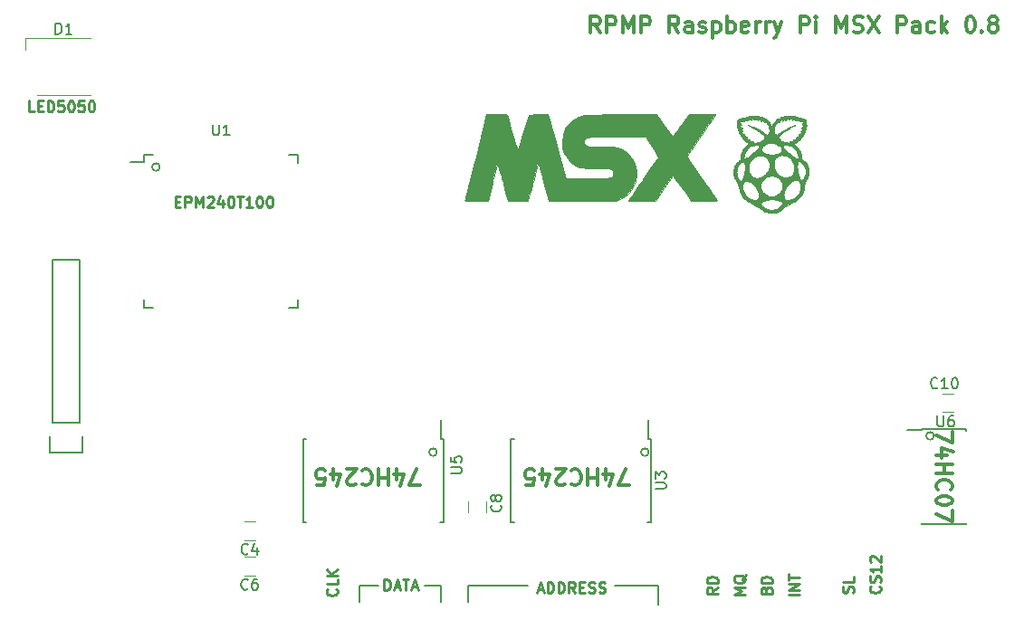
<source format=gbr>
G04 #@! TF.FileFunction,Legend,Top*
%FSLAX46Y46*%
G04 Gerber Fmt 4.6, Leading zero omitted, Abs format (unit mm)*
G04 Created by KiCad (PCBNEW 4.0.7) date 03/26/18 01:39:33*
%MOMM*%
%LPD*%
G01*
G04 APERTURE LIST*
%ADD10C,0.100000*%
%ADD11C,0.250000*%
%ADD12C,0.200000*%
%ADD13C,0.300000*%
%ADD14C,0.150000*%
%ADD15C,0.010000*%
%ADD16C,0.120000*%
G04 APERTURE END LIST*
D10*
D11*
X109288581Y-60091581D02*
X108812390Y-60091581D01*
X108812390Y-59091581D01*
X109621914Y-59567771D02*
X109955248Y-59567771D01*
X110098105Y-60091581D02*
X109621914Y-60091581D01*
X109621914Y-59091581D01*
X110098105Y-59091581D01*
X110526676Y-60091581D02*
X110526676Y-59091581D01*
X110764771Y-59091581D01*
X110907629Y-59139200D01*
X111002867Y-59234438D01*
X111050486Y-59329676D01*
X111098105Y-59520152D01*
X111098105Y-59663010D01*
X111050486Y-59853486D01*
X111002867Y-59948724D01*
X110907629Y-60043962D01*
X110764771Y-60091581D01*
X110526676Y-60091581D01*
X112002867Y-59091581D02*
X111526676Y-59091581D01*
X111479057Y-59567771D01*
X111526676Y-59520152D01*
X111621914Y-59472533D01*
X111860010Y-59472533D01*
X111955248Y-59520152D01*
X112002867Y-59567771D01*
X112050486Y-59663010D01*
X112050486Y-59901105D01*
X112002867Y-59996343D01*
X111955248Y-60043962D01*
X111860010Y-60091581D01*
X111621914Y-60091581D01*
X111526676Y-60043962D01*
X111479057Y-59996343D01*
X112669533Y-59091581D02*
X112764772Y-59091581D01*
X112860010Y-59139200D01*
X112907629Y-59186819D01*
X112955248Y-59282057D01*
X113002867Y-59472533D01*
X113002867Y-59710629D01*
X112955248Y-59901105D01*
X112907629Y-59996343D01*
X112860010Y-60043962D01*
X112764772Y-60091581D01*
X112669533Y-60091581D01*
X112574295Y-60043962D01*
X112526676Y-59996343D01*
X112479057Y-59901105D01*
X112431438Y-59710629D01*
X112431438Y-59472533D01*
X112479057Y-59282057D01*
X112526676Y-59186819D01*
X112574295Y-59139200D01*
X112669533Y-59091581D01*
X113907629Y-59091581D02*
X113431438Y-59091581D01*
X113383819Y-59567771D01*
X113431438Y-59520152D01*
X113526676Y-59472533D01*
X113764772Y-59472533D01*
X113860010Y-59520152D01*
X113907629Y-59567771D01*
X113955248Y-59663010D01*
X113955248Y-59901105D01*
X113907629Y-59996343D01*
X113860010Y-60043962D01*
X113764772Y-60091581D01*
X113526676Y-60091581D01*
X113431438Y-60043962D01*
X113383819Y-59996343D01*
X114574295Y-59091581D02*
X114669534Y-59091581D01*
X114764772Y-59139200D01*
X114812391Y-59186819D01*
X114860010Y-59282057D01*
X114907629Y-59472533D01*
X114907629Y-59710629D01*
X114860010Y-59901105D01*
X114812391Y-59996343D01*
X114764772Y-60043962D01*
X114669534Y-60091581D01*
X114574295Y-60091581D01*
X114479057Y-60043962D01*
X114431438Y-59996343D01*
X114383819Y-59901105D01*
X114336200Y-59710629D01*
X114336200Y-59472533D01*
X114383819Y-59282057D01*
X114431438Y-59186819D01*
X114479057Y-59139200D01*
X114574295Y-59091581D01*
X122476190Y-68508571D02*
X122809524Y-68508571D01*
X122952381Y-69032381D02*
X122476190Y-69032381D01*
X122476190Y-68032381D01*
X122952381Y-68032381D01*
X123380952Y-69032381D02*
X123380952Y-68032381D01*
X123761905Y-68032381D01*
X123857143Y-68080000D01*
X123904762Y-68127619D01*
X123952381Y-68222857D01*
X123952381Y-68365714D01*
X123904762Y-68460952D01*
X123857143Y-68508571D01*
X123761905Y-68556190D01*
X123380952Y-68556190D01*
X124380952Y-69032381D02*
X124380952Y-68032381D01*
X124714286Y-68746667D01*
X125047619Y-68032381D01*
X125047619Y-69032381D01*
X125476190Y-68127619D02*
X125523809Y-68080000D01*
X125619047Y-68032381D01*
X125857143Y-68032381D01*
X125952381Y-68080000D01*
X126000000Y-68127619D01*
X126047619Y-68222857D01*
X126047619Y-68318095D01*
X126000000Y-68460952D01*
X125428571Y-69032381D01*
X126047619Y-69032381D01*
X126904762Y-68365714D02*
X126904762Y-69032381D01*
X126666666Y-67984762D02*
X126428571Y-68699048D01*
X127047619Y-68699048D01*
X127619047Y-68032381D02*
X127714286Y-68032381D01*
X127809524Y-68080000D01*
X127857143Y-68127619D01*
X127904762Y-68222857D01*
X127952381Y-68413333D01*
X127952381Y-68651429D01*
X127904762Y-68841905D01*
X127857143Y-68937143D01*
X127809524Y-68984762D01*
X127714286Y-69032381D01*
X127619047Y-69032381D01*
X127523809Y-68984762D01*
X127476190Y-68937143D01*
X127428571Y-68841905D01*
X127380952Y-68651429D01*
X127380952Y-68413333D01*
X127428571Y-68222857D01*
X127476190Y-68127619D01*
X127523809Y-68080000D01*
X127619047Y-68032381D01*
X128238095Y-68032381D02*
X128809524Y-68032381D01*
X128523809Y-69032381D02*
X128523809Y-68032381D01*
X129666667Y-69032381D02*
X129095238Y-69032381D01*
X129380952Y-69032381D02*
X129380952Y-68032381D01*
X129285714Y-68175238D01*
X129190476Y-68270476D01*
X129095238Y-68318095D01*
X130285714Y-68032381D02*
X130380953Y-68032381D01*
X130476191Y-68080000D01*
X130523810Y-68127619D01*
X130571429Y-68222857D01*
X130619048Y-68413333D01*
X130619048Y-68651429D01*
X130571429Y-68841905D01*
X130523810Y-68937143D01*
X130476191Y-68984762D01*
X130380953Y-69032381D01*
X130285714Y-69032381D01*
X130190476Y-68984762D01*
X130142857Y-68937143D01*
X130095238Y-68841905D01*
X130047619Y-68651429D01*
X130047619Y-68413333D01*
X130095238Y-68222857D01*
X130142857Y-68127619D01*
X130190476Y-68080000D01*
X130285714Y-68032381D01*
X131238095Y-68032381D02*
X131333334Y-68032381D01*
X131428572Y-68080000D01*
X131476191Y-68127619D01*
X131523810Y-68222857D01*
X131571429Y-68413333D01*
X131571429Y-68651429D01*
X131523810Y-68841905D01*
X131476191Y-68937143D01*
X131428572Y-68984762D01*
X131333334Y-69032381D01*
X131238095Y-69032381D01*
X131142857Y-68984762D01*
X131095238Y-68937143D01*
X131047619Y-68841905D01*
X131000000Y-68651429D01*
X131000000Y-68413333D01*
X131047619Y-68222857D01*
X131095238Y-68127619D01*
X131142857Y-68080000D01*
X131238095Y-68032381D01*
D12*
X193399210Y-90424000D02*
G75*
G03X193399210Y-90424000I-359210J0D01*
G01*
D13*
X195131429Y-90055430D02*
X195131429Y-91055430D01*
X193631429Y-90412573D01*
X194631429Y-92269715D02*
X193631429Y-92269715D01*
X195202857Y-91912572D02*
X194131429Y-91555429D01*
X194131429Y-92484001D01*
X193631429Y-93055429D02*
X195131429Y-93055429D01*
X194417143Y-93055429D02*
X194417143Y-93912572D01*
X193631429Y-93912572D02*
X195131429Y-93912572D01*
X193774286Y-95484001D02*
X193702857Y-95412572D01*
X193631429Y-95198286D01*
X193631429Y-95055429D01*
X193702857Y-94841144D01*
X193845714Y-94698286D01*
X193988571Y-94626858D01*
X194274286Y-94555429D01*
X194488571Y-94555429D01*
X194774286Y-94626858D01*
X194917143Y-94698286D01*
X195060000Y-94841144D01*
X195131429Y-95055429D01*
X195131429Y-95198286D01*
X195060000Y-95412572D01*
X194988571Y-95484001D01*
X195131429Y-96412572D02*
X195131429Y-96555429D01*
X195060000Y-96698286D01*
X194988571Y-96769715D01*
X194845714Y-96841144D01*
X194560000Y-96912572D01*
X194202857Y-96912572D01*
X193917143Y-96841144D01*
X193774286Y-96769715D01*
X193702857Y-96698286D01*
X193631429Y-96555429D01*
X193631429Y-96412572D01*
X193702857Y-96269715D01*
X193774286Y-96198286D01*
X193917143Y-96126858D01*
X194202857Y-96055429D01*
X194560000Y-96055429D01*
X194845714Y-96126858D01*
X194988571Y-96198286D01*
X195060000Y-96269715D01*
X195131429Y-96412572D01*
X195131429Y-97412572D02*
X195131429Y-98412572D01*
X193631429Y-97769715D01*
X145354856Y-95055429D02*
X144354856Y-95055429D01*
X144997713Y-93555429D01*
X143140571Y-94555429D02*
X143140571Y-93555429D01*
X143497714Y-95126857D02*
X143854857Y-94055429D01*
X142926285Y-94055429D01*
X142354857Y-93555429D02*
X142354857Y-95055429D01*
X142354857Y-94341143D02*
X141497714Y-94341143D01*
X141497714Y-93555429D02*
X141497714Y-95055429D01*
X139926285Y-93698286D02*
X139997714Y-93626857D01*
X140212000Y-93555429D01*
X140354857Y-93555429D01*
X140569142Y-93626857D01*
X140712000Y-93769714D01*
X140783428Y-93912571D01*
X140854857Y-94198286D01*
X140854857Y-94412571D01*
X140783428Y-94698286D01*
X140712000Y-94841143D01*
X140569142Y-94984000D01*
X140354857Y-95055429D01*
X140212000Y-95055429D01*
X139997714Y-94984000D01*
X139926285Y-94912571D01*
X139354857Y-94912571D02*
X139283428Y-94984000D01*
X139140571Y-95055429D01*
X138783428Y-95055429D01*
X138640571Y-94984000D01*
X138569142Y-94912571D01*
X138497714Y-94769714D01*
X138497714Y-94626857D01*
X138569142Y-94412571D01*
X139426285Y-93555429D01*
X138497714Y-93555429D01*
X137212000Y-94555429D02*
X137212000Y-93555429D01*
X137569143Y-95126857D02*
X137926286Y-94055429D01*
X136997714Y-94055429D01*
X135712000Y-95055429D02*
X136426286Y-95055429D01*
X136497715Y-94341143D01*
X136426286Y-94412571D01*
X136283429Y-94484000D01*
X135926286Y-94484000D01*
X135783429Y-94412571D01*
X135712000Y-94341143D01*
X135640572Y-94198286D01*
X135640572Y-93841143D01*
X135712000Y-93698286D01*
X135783429Y-93626857D01*
X135926286Y-93555429D01*
X136283429Y-93555429D01*
X136426286Y-93626857D01*
X136497715Y-93698286D01*
X164912856Y-95055429D02*
X163912856Y-95055429D01*
X164555713Y-93555429D01*
X162698571Y-94555429D02*
X162698571Y-93555429D01*
X163055714Y-95126857D02*
X163412857Y-94055429D01*
X162484285Y-94055429D01*
X161912857Y-93555429D02*
X161912857Y-95055429D01*
X161912857Y-94341143D02*
X161055714Y-94341143D01*
X161055714Y-93555429D02*
X161055714Y-95055429D01*
X159484285Y-93698286D02*
X159555714Y-93626857D01*
X159770000Y-93555429D01*
X159912857Y-93555429D01*
X160127142Y-93626857D01*
X160270000Y-93769714D01*
X160341428Y-93912571D01*
X160412857Y-94198286D01*
X160412857Y-94412571D01*
X160341428Y-94698286D01*
X160270000Y-94841143D01*
X160127142Y-94984000D01*
X159912857Y-95055429D01*
X159770000Y-95055429D01*
X159555714Y-94984000D01*
X159484285Y-94912571D01*
X158912857Y-94912571D02*
X158841428Y-94984000D01*
X158698571Y-95055429D01*
X158341428Y-95055429D01*
X158198571Y-94984000D01*
X158127142Y-94912571D01*
X158055714Y-94769714D01*
X158055714Y-94626857D01*
X158127142Y-94412571D01*
X158984285Y-93555429D01*
X158055714Y-93555429D01*
X156770000Y-94555429D02*
X156770000Y-93555429D01*
X157127143Y-95126857D02*
X157484286Y-94055429D01*
X156555714Y-94055429D01*
X155270000Y-95055429D02*
X155984286Y-95055429D01*
X156055715Y-94341143D01*
X155984286Y-94412571D01*
X155841429Y-94484000D01*
X155484286Y-94484000D01*
X155341429Y-94412571D01*
X155270000Y-94341143D01*
X155198572Y-94198286D01*
X155198572Y-93841143D01*
X155270000Y-93698286D01*
X155341429Y-93626857D01*
X155484286Y-93555429D01*
X155841429Y-93555429D01*
X155984286Y-93626857D01*
X156055715Y-93698286D01*
D12*
X166729210Y-91948000D02*
G75*
G03X166729210Y-91948000I-359210J0D01*
G01*
X146917210Y-91948000D02*
G75*
G03X146917210Y-91948000I-359210J0D01*
G01*
X121009210Y-65278000D02*
G75*
G03X121009210Y-65278000I-359210J0D01*
G01*
X167640000Y-104394000D02*
X163576000Y-104394000D01*
X167640000Y-106172000D02*
X167640000Y-104394000D01*
D11*
X137517143Y-104735238D02*
X137564762Y-104782857D01*
X137612381Y-104925714D01*
X137612381Y-105020952D01*
X137564762Y-105163810D01*
X137469524Y-105259048D01*
X137374286Y-105306667D01*
X137183810Y-105354286D01*
X137040952Y-105354286D01*
X136850476Y-105306667D01*
X136755238Y-105259048D01*
X136660000Y-105163810D01*
X136612381Y-105020952D01*
X136612381Y-104925714D01*
X136660000Y-104782857D01*
X136707619Y-104735238D01*
X137612381Y-103830476D02*
X137612381Y-104306667D01*
X136612381Y-104306667D01*
X137612381Y-103497143D02*
X136612381Y-103497143D01*
X137612381Y-102925714D02*
X137040952Y-103354286D01*
X136612381Y-102925714D02*
X137183810Y-103497143D01*
X188317143Y-104497047D02*
X188364762Y-104544666D01*
X188412381Y-104687523D01*
X188412381Y-104782761D01*
X188364762Y-104925619D01*
X188269524Y-105020857D01*
X188174286Y-105068476D01*
X187983810Y-105116095D01*
X187840952Y-105116095D01*
X187650476Y-105068476D01*
X187555238Y-105020857D01*
X187460000Y-104925619D01*
X187412381Y-104782761D01*
X187412381Y-104687523D01*
X187460000Y-104544666D01*
X187507619Y-104497047D01*
X188364762Y-104116095D02*
X188412381Y-103973238D01*
X188412381Y-103735142D01*
X188364762Y-103639904D01*
X188317143Y-103592285D01*
X188221905Y-103544666D01*
X188126667Y-103544666D01*
X188031429Y-103592285D01*
X187983810Y-103639904D01*
X187936190Y-103735142D01*
X187888571Y-103925619D01*
X187840952Y-104020857D01*
X187793333Y-104068476D01*
X187698095Y-104116095D01*
X187602857Y-104116095D01*
X187507619Y-104068476D01*
X187460000Y-104020857D01*
X187412381Y-103925619D01*
X187412381Y-103687523D01*
X187460000Y-103544666D01*
X188412381Y-102592285D02*
X188412381Y-103163714D01*
X188412381Y-102878000D02*
X187412381Y-102878000D01*
X187555238Y-102973238D01*
X187650476Y-103068476D01*
X187698095Y-103163714D01*
X187507619Y-102211333D02*
X187460000Y-102163714D01*
X187412381Y-102068476D01*
X187412381Y-101830380D01*
X187460000Y-101735142D01*
X187507619Y-101687523D01*
X187602857Y-101639904D01*
X187698095Y-101639904D01*
X187840952Y-101687523D01*
X188412381Y-102258952D01*
X188412381Y-101639904D01*
D12*
X166878000Y-104394000D02*
X163576000Y-104394000D01*
X152146000Y-104394000D02*
X155448000Y-104394000D01*
D11*
X142010000Y-104846381D02*
X142010000Y-103846381D01*
X142248095Y-103846381D01*
X142390953Y-103894000D01*
X142486191Y-103989238D01*
X142533810Y-104084476D01*
X142581429Y-104274952D01*
X142581429Y-104417810D01*
X142533810Y-104608286D01*
X142486191Y-104703524D01*
X142390953Y-104798762D01*
X142248095Y-104846381D01*
X142010000Y-104846381D01*
X142962381Y-104560667D02*
X143438572Y-104560667D01*
X142867143Y-104846381D02*
X143200476Y-103846381D01*
X143533810Y-104846381D01*
X143724286Y-103846381D02*
X144295715Y-103846381D01*
X144010000Y-104846381D02*
X144010000Y-103846381D01*
X144581429Y-104560667D02*
X145057620Y-104560667D01*
X144486191Y-104846381D02*
X144819524Y-103846381D01*
X145152858Y-104846381D01*
D12*
X139700000Y-104394000D02*
X141478000Y-104394000D01*
X139700000Y-105918000D02*
X139700000Y-104394000D01*
X147320000Y-104394000D02*
X145796000Y-104394000D01*
X147320000Y-105918000D02*
X147320000Y-104394000D01*
X149860000Y-104394000D02*
X152146000Y-104394000D01*
X149860000Y-105918000D02*
X149860000Y-104394000D01*
D11*
X156369143Y-104814667D02*
X156845334Y-104814667D01*
X156273905Y-105100381D02*
X156607238Y-104100381D01*
X156940572Y-105100381D01*
X157273905Y-105100381D02*
X157273905Y-104100381D01*
X157512000Y-104100381D01*
X157654858Y-104148000D01*
X157750096Y-104243238D01*
X157797715Y-104338476D01*
X157845334Y-104528952D01*
X157845334Y-104671810D01*
X157797715Y-104862286D01*
X157750096Y-104957524D01*
X157654858Y-105052762D01*
X157512000Y-105100381D01*
X157273905Y-105100381D01*
X158273905Y-105100381D02*
X158273905Y-104100381D01*
X158512000Y-104100381D01*
X158654858Y-104148000D01*
X158750096Y-104243238D01*
X158797715Y-104338476D01*
X158845334Y-104528952D01*
X158845334Y-104671810D01*
X158797715Y-104862286D01*
X158750096Y-104957524D01*
X158654858Y-105052762D01*
X158512000Y-105100381D01*
X158273905Y-105100381D01*
X159845334Y-105100381D02*
X159512000Y-104624190D01*
X159273905Y-105100381D02*
X159273905Y-104100381D01*
X159654858Y-104100381D01*
X159750096Y-104148000D01*
X159797715Y-104195619D01*
X159845334Y-104290857D01*
X159845334Y-104433714D01*
X159797715Y-104528952D01*
X159750096Y-104576571D01*
X159654858Y-104624190D01*
X159273905Y-104624190D01*
X160273905Y-104576571D02*
X160607239Y-104576571D01*
X160750096Y-105100381D02*
X160273905Y-105100381D01*
X160273905Y-104100381D01*
X160750096Y-104100381D01*
X161131048Y-105052762D02*
X161273905Y-105100381D01*
X161512001Y-105100381D01*
X161607239Y-105052762D01*
X161654858Y-105005143D01*
X161702477Y-104909905D01*
X161702477Y-104814667D01*
X161654858Y-104719429D01*
X161607239Y-104671810D01*
X161512001Y-104624190D01*
X161321524Y-104576571D01*
X161226286Y-104528952D01*
X161178667Y-104481333D01*
X161131048Y-104386095D01*
X161131048Y-104290857D01*
X161178667Y-104195619D01*
X161226286Y-104148000D01*
X161321524Y-104100381D01*
X161559620Y-104100381D01*
X161702477Y-104148000D01*
X162083429Y-105052762D02*
X162226286Y-105100381D01*
X162464382Y-105100381D01*
X162559620Y-105052762D01*
X162607239Y-105005143D01*
X162654858Y-104909905D01*
X162654858Y-104814667D01*
X162607239Y-104719429D01*
X162559620Y-104671810D01*
X162464382Y-104624190D01*
X162273905Y-104576571D01*
X162178667Y-104528952D01*
X162131048Y-104481333D01*
X162083429Y-104386095D01*
X162083429Y-104290857D01*
X162131048Y-104195619D01*
X162178667Y-104148000D01*
X162273905Y-104100381D01*
X162512001Y-104100381D01*
X162654858Y-104148000D01*
X180792381Y-105298762D02*
X179792381Y-105298762D01*
X180792381Y-104822572D02*
X179792381Y-104822572D01*
X180792381Y-104251143D01*
X179792381Y-104251143D01*
X179792381Y-103917810D02*
X179792381Y-103346381D01*
X180792381Y-103632096D02*
X179792381Y-103632096D01*
X175712381Y-105251143D02*
X174712381Y-105251143D01*
X175426667Y-104917809D01*
X174712381Y-104584476D01*
X175712381Y-104584476D01*
X175807619Y-103441619D02*
X175760000Y-103536857D01*
X175664762Y-103632095D01*
X175521905Y-103774952D01*
X175474286Y-103870191D01*
X175474286Y-103965429D01*
X175712381Y-103917810D02*
X175664762Y-104013048D01*
X175569524Y-104108286D01*
X175379048Y-104155905D01*
X175045714Y-104155905D01*
X174855238Y-104108286D01*
X174760000Y-104013048D01*
X174712381Y-103917810D01*
X174712381Y-103727333D01*
X174760000Y-103632095D01*
X174855238Y-103536857D01*
X175045714Y-103489238D01*
X175379048Y-103489238D01*
X175569524Y-103536857D01*
X175664762Y-103632095D01*
X175712381Y-103727333D01*
X175712381Y-103917810D01*
X173172381Y-104584476D02*
X172696190Y-104917810D01*
X173172381Y-105155905D02*
X172172381Y-105155905D01*
X172172381Y-104774952D01*
X172220000Y-104679714D01*
X172267619Y-104632095D01*
X172362857Y-104584476D01*
X172505714Y-104584476D01*
X172600952Y-104632095D01*
X172648571Y-104679714D01*
X172696190Y-104774952D01*
X172696190Y-105155905D01*
X173172381Y-104155905D02*
X172172381Y-104155905D01*
X172172381Y-103917810D01*
X172220000Y-103774952D01*
X172315238Y-103679714D01*
X172410476Y-103632095D01*
X172600952Y-103584476D01*
X172743810Y-103584476D01*
X172934286Y-103632095D01*
X173029524Y-103679714D01*
X173124762Y-103774952D01*
X173172381Y-103917810D01*
X173172381Y-104155905D01*
X185824762Y-105084476D02*
X185872381Y-104941619D01*
X185872381Y-104703523D01*
X185824762Y-104608285D01*
X185777143Y-104560666D01*
X185681905Y-104513047D01*
X185586667Y-104513047D01*
X185491429Y-104560666D01*
X185443810Y-104608285D01*
X185396190Y-104703523D01*
X185348571Y-104894000D01*
X185300952Y-104989238D01*
X185253333Y-105036857D01*
X185158095Y-105084476D01*
X185062857Y-105084476D01*
X184967619Y-105036857D01*
X184920000Y-104989238D01*
X184872381Y-104894000D01*
X184872381Y-104655904D01*
X184920000Y-104513047D01*
X185872381Y-103608285D02*
X185872381Y-104084476D01*
X184872381Y-104084476D01*
X177728571Y-104822571D02*
X177776190Y-104679714D01*
X177823810Y-104632095D01*
X177919048Y-104584476D01*
X178061905Y-104584476D01*
X178157143Y-104632095D01*
X178204762Y-104679714D01*
X178252381Y-104774952D01*
X178252381Y-105155905D01*
X177252381Y-105155905D01*
X177252381Y-104822571D01*
X177300000Y-104727333D01*
X177347619Y-104679714D01*
X177442857Y-104632095D01*
X177538095Y-104632095D01*
X177633333Y-104679714D01*
X177680952Y-104727333D01*
X177728571Y-104822571D01*
X177728571Y-105155905D01*
X178252381Y-104155905D02*
X177252381Y-104155905D01*
X177252381Y-103917810D01*
X177300000Y-103774952D01*
X177395238Y-103679714D01*
X177490476Y-103632095D01*
X177680952Y-103584476D01*
X177823810Y-103584476D01*
X178014286Y-103632095D01*
X178109524Y-103679714D01*
X178204762Y-103774952D01*
X178252381Y-103917810D01*
X178252381Y-104155905D01*
D13*
X162171744Y-52697771D02*
X161671744Y-51983486D01*
X161314601Y-52697771D02*
X161314601Y-51197771D01*
X161886029Y-51197771D01*
X162028887Y-51269200D01*
X162100315Y-51340629D01*
X162171744Y-51483486D01*
X162171744Y-51697771D01*
X162100315Y-51840629D01*
X162028887Y-51912057D01*
X161886029Y-51983486D01*
X161314601Y-51983486D01*
X162814601Y-52697771D02*
X162814601Y-51197771D01*
X163386029Y-51197771D01*
X163528887Y-51269200D01*
X163600315Y-51340629D01*
X163671744Y-51483486D01*
X163671744Y-51697771D01*
X163600315Y-51840629D01*
X163528887Y-51912057D01*
X163386029Y-51983486D01*
X162814601Y-51983486D01*
X164314601Y-52697771D02*
X164314601Y-51197771D01*
X164814601Y-52269200D01*
X165314601Y-51197771D01*
X165314601Y-52697771D01*
X166028887Y-52697771D02*
X166028887Y-51197771D01*
X166600315Y-51197771D01*
X166743173Y-51269200D01*
X166814601Y-51340629D01*
X166886030Y-51483486D01*
X166886030Y-51697771D01*
X166814601Y-51840629D01*
X166743173Y-51912057D01*
X166600315Y-51983486D01*
X166028887Y-51983486D01*
X169528887Y-52697771D02*
X169028887Y-51983486D01*
X168671744Y-52697771D02*
X168671744Y-51197771D01*
X169243172Y-51197771D01*
X169386030Y-51269200D01*
X169457458Y-51340629D01*
X169528887Y-51483486D01*
X169528887Y-51697771D01*
X169457458Y-51840629D01*
X169386030Y-51912057D01*
X169243172Y-51983486D01*
X168671744Y-51983486D01*
X170814601Y-52697771D02*
X170814601Y-51912057D01*
X170743172Y-51769200D01*
X170600315Y-51697771D01*
X170314601Y-51697771D01*
X170171744Y-51769200D01*
X170814601Y-52626343D02*
X170671744Y-52697771D01*
X170314601Y-52697771D01*
X170171744Y-52626343D01*
X170100315Y-52483486D01*
X170100315Y-52340629D01*
X170171744Y-52197771D01*
X170314601Y-52126343D01*
X170671744Y-52126343D01*
X170814601Y-52054914D01*
X171457458Y-52626343D02*
X171600315Y-52697771D01*
X171886030Y-52697771D01*
X172028887Y-52626343D01*
X172100315Y-52483486D01*
X172100315Y-52412057D01*
X172028887Y-52269200D01*
X171886030Y-52197771D01*
X171671744Y-52197771D01*
X171528887Y-52126343D01*
X171457458Y-51983486D01*
X171457458Y-51912057D01*
X171528887Y-51769200D01*
X171671744Y-51697771D01*
X171886030Y-51697771D01*
X172028887Y-51769200D01*
X172743173Y-51697771D02*
X172743173Y-53197771D01*
X172743173Y-51769200D02*
X172886030Y-51697771D01*
X173171744Y-51697771D01*
X173314601Y-51769200D01*
X173386030Y-51840629D01*
X173457459Y-51983486D01*
X173457459Y-52412057D01*
X173386030Y-52554914D01*
X173314601Y-52626343D01*
X173171744Y-52697771D01*
X172886030Y-52697771D01*
X172743173Y-52626343D01*
X174100316Y-52697771D02*
X174100316Y-51197771D01*
X174100316Y-51769200D02*
X174243173Y-51697771D01*
X174528887Y-51697771D01*
X174671744Y-51769200D01*
X174743173Y-51840629D01*
X174814602Y-51983486D01*
X174814602Y-52412057D01*
X174743173Y-52554914D01*
X174671744Y-52626343D01*
X174528887Y-52697771D01*
X174243173Y-52697771D01*
X174100316Y-52626343D01*
X176028887Y-52626343D02*
X175886030Y-52697771D01*
X175600316Y-52697771D01*
X175457459Y-52626343D01*
X175386030Y-52483486D01*
X175386030Y-51912057D01*
X175457459Y-51769200D01*
X175600316Y-51697771D01*
X175886030Y-51697771D01*
X176028887Y-51769200D01*
X176100316Y-51912057D01*
X176100316Y-52054914D01*
X175386030Y-52197771D01*
X176743173Y-52697771D02*
X176743173Y-51697771D01*
X176743173Y-51983486D02*
X176814601Y-51840629D01*
X176886030Y-51769200D01*
X177028887Y-51697771D01*
X177171744Y-51697771D01*
X177671744Y-52697771D02*
X177671744Y-51697771D01*
X177671744Y-51983486D02*
X177743172Y-51840629D01*
X177814601Y-51769200D01*
X177957458Y-51697771D01*
X178100315Y-51697771D01*
X178457458Y-51697771D02*
X178814601Y-52697771D01*
X179171743Y-51697771D02*
X178814601Y-52697771D01*
X178671743Y-53054914D01*
X178600315Y-53126343D01*
X178457458Y-53197771D01*
X180886029Y-52697771D02*
X180886029Y-51197771D01*
X181457457Y-51197771D01*
X181600315Y-51269200D01*
X181671743Y-51340629D01*
X181743172Y-51483486D01*
X181743172Y-51697771D01*
X181671743Y-51840629D01*
X181600315Y-51912057D01*
X181457457Y-51983486D01*
X180886029Y-51983486D01*
X182386029Y-52697771D02*
X182386029Y-51697771D01*
X182386029Y-51197771D02*
X182314600Y-51269200D01*
X182386029Y-51340629D01*
X182457457Y-51269200D01*
X182386029Y-51197771D01*
X182386029Y-51340629D01*
X184243172Y-52697771D02*
X184243172Y-51197771D01*
X184743172Y-52269200D01*
X185243172Y-51197771D01*
X185243172Y-52697771D01*
X185886029Y-52626343D02*
X186100315Y-52697771D01*
X186457458Y-52697771D01*
X186600315Y-52626343D01*
X186671744Y-52554914D01*
X186743172Y-52412057D01*
X186743172Y-52269200D01*
X186671744Y-52126343D01*
X186600315Y-52054914D01*
X186457458Y-51983486D01*
X186171744Y-51912057D01*
X186028886Y-51840629D01*
X185957458Y-51769200D01*
X185886029Y-51626343D01*
X185886029Y-51483486D01*
X185957458Y-51340629D01*
X186028886Y-51269200D01*
X186171744Y-51197771D01*
X186528886Y-51197771D01*
X186743172Y-51269200D01*
X187243172Y-51197771D02*
X188243172Y-52697771D01*
X188243172Y-51197771D02*
X187243172Y-52697771D01*
X189957457Y-52697771D02*
X189957457Y-51197771D01*
X190528885Y-51197771D01*
X190671743Y-51269200D01*
X190743171Y-51340629D01*
X190814600Y-51483486D01*
X190814600Y-51697771D01*
X190743171Y-51840629D01*
X190671743Y-51912057D01*
X190528885Y-51983486D01*
X189957457Y-51983486D01*
X192100314Y-52697771D02*
X192100314Y-51912057D01*
X192028885Y-51769200D01*
X191886028Y-51697771D01*
X191600314Y-51697771D01*
X191457457Y-51769200D01*
X192100314Y-52626343D02*
X191957457Y-52697771D01*
X191600314Y-52697771D01*
X191457457Y-52626343D01*
X191386028Y-52483486D01*
X191386028Y-52340629D01*
X191457457Y-52197771D01*
X191600314Y-52126343D01*
X191957457Y-52126343D01*
X192100314Y-52054914D01*
X193457457Y-52626343D02*
X193314600Y-52697771D01*
X193028886Y-52697771D01*
X192886028Y-52626343D01*
X192814600Y-52554914D01*
X192743171Y-52412057D01*
X192743171Y-51983486D01*
X192814600Y-51840629D01*
X192886028Y-51769200D01*
X193028886Y-51697771D01*
X193314600Y-51697771D01*
X193457457Y-51769200D01*
X194100314Y-52697771D02*
X194100314Y-51197771D01*
X194243171Y-52126343D02*
X194671742Y-52697771D01*
X194671742Y-51697771D02*
X194100314Y-52269200D01*
X196743171Y-51197771D02*
X196886028Y-51197771D01*
X197028885Y-51269200D01*
X197100314Y-51340629D01*
X197171743Y-51483486D01*
X197243171Y-51769200D01*
X197243171Y-52126343D01*
X197171743Y-52412057D01*
X197100314Y-52554914D01*
X197028885Y-52626343D01*
X196886028Y-52697771D01*
X196743171Y-52697771D01*
X196600314Y-52626343D01*
X196528885Y-52554914D01*
X196457457Y-52412057D01*
X196386028Y-52126343D01*
X196386028Y-51769200D01*
X196457457Y-51483486D01*
X196528885Y-51340629D01*
X196600314Y-51269200D01*
X196743171Y-51197771D01*
X197886028Y-52554914D02*
X197957456Y-52626343D01*
X197886028Y-52697771D01*
X197814599Y-52626343D01*
X197886028Y-52554914D01*
X197886028Y-52697771D01*
X198814600Y-51840629D02*
X198671742Y-51769200D01*
X198600314Y-51697771D01*
X198528885Y-51554914D01*
X198528885Y-51483486D01*
X198600314Y-51340629D01*
X198671742Y-51269200D01*
X198814600Y-51197771D01*
X199100314Y-51197771D01*
X199243171Y-51269200D01*
X199314600Y-51340629D01*
X199386028Y-51483486D01*
X199386028Y-51554914D01*
X199314600Y-51697771D01*
X199243171Y-51769200D01*
X199100314Y-51840629D01*
X198814600Y-51840629D01*
X198671742Y-51912057D01*
X198600314Y-51983486D01*
X198528885Y-52126343D01*
X198528885Y-52412057D01*
X198600314Y-52554914D01*
X198671742Y-52626343D01*
X198814600Y-52697771D01*
X199100314Y-52697771D01*
X199243171Y-52626343D01*
X199314600Y-52554914D01*
X199386028Y-52412057D01*
X199386028Y-52126343D01*
X199314600Y-51983486D01*
X199243171Y-51912057D01*
X199100314Y-51840629D01*
D14*
X119571000Y-64122800D02*
X119571000Y-64847800D01*
X133921000Y-64122800D02*
X133921000Y-64922800D01*
X133921000Y-78472800D02*
X133921000Y-77672800D01*
X119571000Y-78472800D02*
X119571000Y-77672800D01*
X119571000Y-64122800D02*
X120371000Y-64122800D01*
X119571000Y-78472800D02*
X120371000Y-78472800D01*
X133921000Y-78472800D02*
X133121000Y-78472800D01*
X133921000Y-64122800D02*
X133121000Y-64122800D01*
X119571000Y-64847800D02*
X118296000Y-64847800D01*
X166976000Y-90741000D02*
X166726000Y-90741000D01*
X166976000Y-98491000D02*
X166641000Y-98491000D01*
X153826000Y-98491000D02*
X154161000Y-98491000D01*
X153826000Y-90741000D02*
X154161000Y-90741000D01*
X166976000Y-90741000D02*
X166976000Y-98491000D01*
X153826000Y-90741000D02*
X153826000Y-98491000D01*
X166726000Y-90741000D02*
X166726000Y-88941000D01*
X147545000Y-90741000D02*
X147295000Y-90741000D01*
X147545000Y-98491000D02*
X147210000Y-98491000D01*
X134395000Y-98491000D02*
X134730000Y-98491000D01*
X134395000Y-90741000D02*
X134730000Y-90741000D01*
X147545000Y-90741000D02*
X147545000Y-98491000D01*
X134395000Y-90741000D02*
X134395000Y-98491000D01*
X147295000Y-90741000D02*
X147295000Y-88941000D01*
D15*
G36*
X157390826Y-60639676D02*
X157434920Y-60798070D01*
X157518649Y-61097213D01*
X157635769Y-61514856D01*
X157780033Y-62028750D01*
X157945198Y-62616645D01*
X158125018Y-63256290D01*
X158229284Y-63627000D01*
X158979536Y-66294000D01*
X161026510Y-66316678D01*
X161761141Y-66320851D01*
X162358303Y-66315793D01*
X162809934Y-66301745D01*
X163107973Y-66278949D01*
X163240075Y-66250199D01*
X163359021Y-66103199D01*
X163408502Y-65875061D01*
X163381865Y-65641899D01*
X163305067Y-65506600D01*
X163186559Y-65461988D01*
X162927726Y-65430562D01*
X162519326Y-65411656D01*
X161952116Y-65404606D01*
X161886900Y-65404527D01*
X161404553Y-65398759D01*
X160957780Y-65383195D01*
X160585253Y-65359922D01*
X160325642Y-65331025D01*
X160254972Y-65316471D01*
X159777207Y-65098303D01*
X159349707Y-64731320D01*
X158991997Y-64233227D01*
X158926866Y-64112243D01*
X158767536Y-63774882D01*
X158679456Y-63498070D01*
X158642452Y-63199824D01*
X158636126Y-62930664D01*
X158703521Y-62271756D01*
X158912324Y-61702785D01*
X159265796Y-61218802D01*
X159767198Y-60814863D01*
X160179173Y-60590443D01*
X160655000Y-60367333D01*
X164041667Y-60345027D01*
X167428334Y-60322722D01*
X168190334Y-61385296D01*
X168952334Y-62447869D01*
X169137513Y-62217216D01*
X169259790Y-62055747D01*
X169450781Y-61792982D01*
X169683064Y-61467019D01*
X169899513Y-61158633D01*
X170476334Y-60330703D01*
X171725167Y-60327851D01*
X172163192Y-60329788D01*
X172534077Y-60337027D01*
X172808310Y-60348549D01*
X172956380Y-60363334D01*
X172974000Y-60370993D01*
X172926861Y-60449304D01*
X172793816Y-60647284D01*
X172587425Y-60946841D01*
X172320247Y-61329882D01*
X172004843Y-61778315D01*
X171653771Y-62274046D01*
X171618042Y-62324320D01*
X171239838Y-62862731D01*
X170913284Y-63340385D01*
X170648378Y-63741812D01*
X170455121Y-64051540D01*
X170343511Y-64254097D01*
X170320823Y-64331494D01*
X170383303Y-64424317D01*
X170530535Y-64636804D01*
X170749504Y-64950361D01*
X171027193Y-65346398D01*
X171350584Y-65806321D01*
X171706660Y-66311539D01*
X171761448Y-66389176D01*
X172118100Y-66896277D01*
X172440605Y-67358285D01*
X172716602Y-67757213D01*
X172933731Y-68075075D01*
X173079631Y-68293884D01*
X173141943Y-68395655D01*
X173143334Y-68400009D01*
X173063647Y-68418798D01*
X172844491Y-68434655D01*
X172515722Y-68446286D01*
X172107197Y-68452393D01*
X171923099Y-68453000D01*
X170702864Y-68452999D01*
X170298537Y-67881500D01*
X170044915Y-67525931D01*
X169749341Y-67115843D01*
X169470638Y-66732802D01*
X169438343Y-66688742D01*
X168982475Y-66067485D01*
X168168693Y-67260242D01*
X167354910Y-68453000D01*
X166100455Y-68453000D01*
X165661377Y-68450115D01*
X165289373Y-68442171D01*
X165013892Y-68430232D01*
X164864380Y-68415364D01*
X164846000Y-68407626D01*
X164892608Y-68329149D01*
X165024204Y-68130184D01*
X165228442Y-67828812D01*
X165492978Y-67443109D01*
X165805470Y-66991156D01*
X166153572Y-66491031D01*
X166201756Y-66422047D01*
X166556658Y-65912269D01*
X166880170Y-65443986D01*
X167159366Y-65036195D01*
X167381321Y-64707893D01*
X167533110Y-64478077D01*
X167601808Y-64365745D01*
X167603703Y-64361468D01*
X167575697Y-64248560D01*
X167464814Y-64027493D01*
X167287297Y-63727400D01*
X167059392Y-63377410D01*
X167034860Y-63341381D01*
X166419826Y-62441666D01*
X163691627Y-62441666D01*
X162901373Y-62442271D01*
X162264018Y-62445764D01*
X161763126Y-62454662D01*
X161382264Y-62471482D01*
X161104997Y-62498742D01*
X160914890Y-62538957D01*
X160795508Y-62594645D01*
X160730418Y-62668324D01*
X160703185Y-62762510D01*
X160697373Y-62879721D01*
X160697333Y-62900258D01*
X160715667Y-63067616D01*
X160785112Y-63190834D01*
X160927333Y-63276398D01*
X161163993Y-63330794D01*
X161516759Y-63360508D01*
X162007293Y-63372025D01*
X162276418Y-63372999D01*
X162905503Y-63381383D01*
X163397731Y-63411794D01*
X163784988Y-63472121D01*
X164099161Y-63570255D01*
X164372134Y-63714084D01*
X164635793Y-63911498D01*
X164709550Y-63975036D01*
X165142758Y-64460396D01*
X165424164Y-65020548D01*
X165554137Y-65656330D01*
X165563915Y-65913000D01*
X165485152Y-66581126D01*
X165258710Y-67177073D01*
X164893575Y-67686189D01*
X164398731Y-68093825D01*
X164136924Y-68239860D01*
X163696996Y-68455097D01*
X160528980Y-68432882D01*
X157360963Y-68410666D01*
X156894775Y-66657429D01*
X156756458Y-66143692D01*
X156631620Y-65692229D01*
X156526939Y-65326199D01*
X156449094Y-65068764D01*
X156404762Y-64943083D01*
X156398040Y-64934737D01*
X156370839Y-65018428D01*
X156308011Y-65236538D01*
X156217491Y-65559853D01*
X156107213Y-65959161D01*
X155985112Y-66405246D01*
X155859123Y-66868895D01*
X155737182Y-67320893D01*
X155627222Y-67732026D01*
X155537179Y-68073080D01*
X155474987Y-68314841D01*
X155448582Y-68428094D01*
X155448192Y-68431833D01*
X155369154Y-68440356D01*
X155155044Y-68447238D01*
X154840123Y-68451698D01*
X154520667Y-68453000D01*
X153593334Y-68453000D01*
X153435372Y-67923833D01*
X153353965Y-67644248D01*
X153241603Y-67249015D01*
X153111744Y-66785895D01*
X152977843Y-66302646D01*
X152946377Y-66188166D01*
X152827442Y-65765042D01*
X152721360Y-65406917D01*
X152636999Y-65142280D01*
X152583229Y-64999621D01*
X152571172Y-64982803D01*
X152539116Y-65061545D01*
X152474580Y-65281024D01*
X152383989Y-65617174D01*
X152273768Y-66045928D01*
X152150343Y-66543219D01*
X152107760Y-66718470D01*
X151688520Y-68453000D01*
X150595868Y-68453000D01*
X150128543Y-68449142D01*
X149810633Y-68436247D01*
X149622365Y-68412331D01*
X149543969Y-68375410D01*
X149541082Y-68347166D01*
X149568862Y-68246096D01*
X149633872Y-67997234D01*
X149731922Y-67616979D01*
X149858818Y-67121729D01*
X150010368Y-66527880D01*
X150182382Y-65851832D01*
X150370666Y-65109981D01*
X150571029Y-64318726D01*
X150580023Y-64283166D01*
X151581099Y-60325000D01*
X152535177Y-60325000D01*
X152954503Y-60327913D01*
X153234170Y-60339588D01*
X153403797Y-60364428D01*
X153493001Y-60406835D01*
X153531401Y-60471211D01*
X153531974Y-60473166D01*
X153567179Y-60598099D01*
X153639958Y-60858404D01*
X153742562Y-61226297D01*
X153867244Y-61673993D01*
X154006256Y-62173710D01*
X154019883Y-62222724D01*
X154157616Y-62704842D01*
X154282482Y-63116833D01*
X154387098Y-63436358D01*
X154464087Y-63641078D01*
X154506066Y-63708653D01*
X154509386Y-63704390D01*
X154545970Y-63589047D01*
X154621841Y-63338068D01*
X154728976Y-62978407D01*
X154859351Y-62537018D01*
X155004943Y-62040854D01*
X155023907Y-61976000D01*
X155494114Y-60367333D01*
X156398367Y-60343343D01*
X157302619Y-60319352D01*
X157390826Y-60639676D01*
X157390826Y-60639676D01*
G37*
X157390826Y-60639676D02*
X157434920Y-60798070D01*
X157518649Y-61097213D01*
X157635769Y-61514856D01*
X157780033Y-62028750D01*
X157945198Y-62616645D01*
X158125018Y-63256290D01*
X158229284Y-63627000D01*
X158979536Y-66294000D01*
X161026510Y-66316678D01*
X161761141Y-66320851D01*
X162358303Y-66315793D01*
X162809934Y-66301745D01*
X163107973Y-66278949D01*
X163240075Y-66250199D01*
X163359021Y-66103199D01*
X163408502Y-65875061D01*
X163381865Y-65641899D01*
X163305067Y-65506600D01*
X163186559Y-65461988D01*
X162927726Y-65430562D01*
X162519326Y-65411656D01*
X161952116Y-65404606D01*
X161886900Y-65404527D01*
X161404553Y-65398759D01*
X160957780Y-65383195D01*
X160585253Y-65359922D01*
X160325642Y-65331025D01*
X160254972Y-65316471D01*
X159777207Y-65098303D01*
X159349707Y-64731320D01*
X158991997Y-64233227D01*
X158926866Y-64112243D01*
X158767536Y-63774882D01*
X158679456Y-63498070D01*
X158642452Y-63199824D01*
X158636126Y-62930664D01*
X158703521Y-62271756D01*
X158912324Y-61702785D01*
X159265796Y-61218802D01*
X159767198Y-60814863D01*
X160179173Y-60590443D01*
X160655000Y-60367333D01*
X164041667Y-60345027D01*
X167428334Y-60322722D01*
X168190334Y-61385296D01*
X168952334Y-62447869D01*
X169137513Y-62217216D01*
X169259790Y-62055747D01*
X169450781Y-61792982D01*
X169683064Y-61467019D01*
X169899513Y-61158633D01*
X170476334Y-60330703D01*
X171725167Y-60327851D01*
X172163192Y-60329788D01*
X172534077Y-60337027D01*
X172808310Y-60348549D01*
X172956380Y-60363334D01*
X172974000Y-60370993D01*
X172926861Y-60449304D01*
X172793816Y-60647284D01*
X172587425Y-60946841D01*
X172320247Y-61329882D01*
X172004843Y-61778315D01*
X171653771Y-62274046D01*
X171618042Y-62324320D01*
X171239838Y-62862731D01*
X170913284Y-63340385D01*
X170648378Y-63741812D01*
X170455121Y-64051540D01*
X170343511Y-64254097D01*
X170320823Y-64331494D01*
X170383303Y-64424317D01*
X170530535Y-64636804D01*
X170749504Y-64950361D01*
X171027193Y-65346398D01*
X171350584Y-65806321D01*
X171706660Y-66311539D01*
X171761448Y-66389176D01*
X172118100Y-66896277D01*
X172440605Y-67358285D01*
X172716602Y-67757213D01*
X172933731Y-68075075D01*
X173079631Y-68293884D01*
X173141943Y-68395655D01*
X173143334Y-68400009D01*
X173063647Y-68418798D01*
X172844491Y-68434655D01*
X172515722Y-68446286D01*
X172107197Y-68452393D01*
X171923099Y-68453000D01*
X170702864Y-68452999D01*
X170298537Y-67881500D01*
X170044915Y-67525931D01*
X169749341Y-67115843D01*
X169470638Y-66732802D01*
X169438343Y-66688742D01*
X168982475Y-66067485D01*
X168168693Y-67260242D01*
X167354910Y-68453000D01*
X166100455Y-68453000D01*
X165661377Y-68450115D01*
X165289373Y-68442171D01*
X165013892Y-68430232D01*
X164864380Y-68415364D01*
X164846000Y-68407626D01*
X164892608Y-68329149D01*
X165024204Y-68130184D01*
X165228442Y-67828812D01*
X165492978Y-67443109D01*
X165805470Y-66991156D01*
X166153572Y-66491031D01*
X166201756Y-66422047D01*
X166556658Y-65912269D01*
X166880170Y-65443986D01*
X167159366Y-65036195D01*
X167381321Y-64707893D01*
X167533110Y-64478077D01*
X167601808Y-64365745D01*
X167603703Y-64361468D01*
X167575697Y-64248560D01*
X167464814Y-64027493D01*
X167287297Y-63727400D01*
X167059392Y-63377410D01*
X167034860Y-63341381D01*
X166419826Y-62441666D01*
X163691627Y-62441666D01*
X162901373Y-62442271D01*
X162264018Y-62445764D01*
X161763126Y-62454662D01*
X161382264Y-62471482D01*
X161104997Y-62498742D01*
X160914890Y-62538957D01*
X160795508Y-62594645D01*
X160730418Y-62668324D01*
X160703185Y-62762510D01*
X160697373Y-62879721D01*
X160697333Y-62900258D01*
X160715667Y-63067616D01*
X160785112Y-63190834D01*
X160927333Y-63276398D01*
X161163993Y-63330794D01*
X161516759Y-63360508D01*
X162007293Y-63372025D01*
X162276418Y-63372999D01*
X162905503Y-63381383D01*
X163397731Y-63411794D01*
X163784988Y-63472121D01*
X164099161Y-63570255D01*
X164372134Y-63714084D01*
X164635793Y-63911498D01*
X164709550Y-63975036D01*
X165142758Y-64460396D01*
X165424164Y-65020548D01*
X165554137Y-65656330D01*
X165563915Y-65913000D01*
X165485152Y-66581126D01*
X165258710Y-67177073D01*
X164893575Y-67686189D01*
X164398731Y-68093825D01*
X164136924Y-68239860D01*
X163696996Y-68455097D01*
X160528980Y-68432882D01*
X157360963Y-68410666D01*
X156894775Y-66657429D01*
X156756458Y-66143692D01*
X156631620Y-65692229D01*
X156526939Y-65326199D01*
X156449094Y-65068764D01*
X156404762Y-64943083D01*
X156398040Y-64934737D01*
X156370839Y-65018428D01*
X156308011Y-65236538D01*
X156217491Y-65559853D01*
X156107213Y-65959161D01*
X155985112Y-66405246D01*
X155859123Y-66868895D01*
X155737182Y-67320893D01*
X155627222Y-67732026D01*
X155537179Y-68073080D01*
X155474987Y-68314841D01*
X155448582Y-68428094D01*
X155448192Y-68431833D01*
X155369154Y-68440356D01*
X155155044Y-68447238D01*
X154840123Y-68451698D01*
X154520667Y-68453000D01*
X153593334Y-68453000D01*
X153435372Y-67923833D01*
X153353965Y-67644248D01*
X153241603Y-67249015D01*
X153111744Y-66785895D01*
X152977843Y-66302646D01*
X152946377Y-66188166D01*
X152827442Y-65765042D01*
X152721360Y-65406917D01*
X152636999Y-65142280D01*
X152583229Y-64999621D01*
X152571172Y-64982803D01*
X152539116Y-65061545D01*
X152474580Y-65281024D01*
X152383989Y-65617174D01*
X152273768Y-66045928D01*
X152150343Y-66543219D01*
X152107760Y-66718470D01*
X151688520Y-68453000D01*
X150595868Y-68453000D01*
X150128543Y-68449142D01*
X149810633Y-68436247D01*
X149622365Y-68412331D01*
X149543969Y-68375410D01*
X149541082Y-68347166D01*
X149568862Y-68246096D01*
X149633872Y-67997234D01*
X149731922Y-67616979D01*
X149858818Y-67121729D01*
X150010368Y-66527880D01*
X150182382Y-65851832D01*
X150370666Y-65109981D01*
X150571029Y-64318726D01*
X150580023Y-64283166D01*
X151581099Y-60325000D01*
X152535177Y-60325000D01*
X152954503Y-60327913D01*
X153234170Y-60339588D01*
X153403797Y-60364428D01*
X153493001Y-60406835D01*
X153531401Y-60471211D01*
X153531974Y-60473166D01*
X153567179Y-60598099D01*
X153639958Y-60858404D01*
X153742562Y-61226297D01*
X153867244Y-61673993D01*
X154006256Y-62173710D01*
X154019883Y-62222724D01*
X154157616Y-62704842D01*
X154282482Y-63116833D01*
X154387098Y-63436358D01*
X154464087Y-63641078D01*
X154506066Y-63708653D01*
X154509386Y-63704390D01*
X154545970Y-63589047D01*
X154621841Y-63338068D01*
X154728976Y-62978407D01*
X154859351Y-62537018D01*
X155004943Y-62040854D01*
X155023907Y-61976000D01*
X155494114Y-60367333D01*
X156398367Y-60343343D01*
X157302619Y-60319352D01*
X157390826Y-60639676D01*
D14*
X192286000Y-89809400D02*
X192286000Y-89834400D01*
X196436000Y-89809400D02*
X196436000Y-89924400D01*
X196436000Y-98709400D02*
X196436000Y-98594400D01*
X192286000Y-98709400D02*
X192286000Y-98594400D01*
X192286000Y-89809400D02*
X196436000Y-89809400D01*
X192286000Y-98709400D02*
X196436000Y-98709400D01*
X192286000Y-89834400D02*
X190911000Y-89834400D01*
D16*
X128938400Y-100164000D02*
X129938400Y-100164000D01*
X129938400Y-98464000D02*
X128938400Y-98464000D01*
X128913000Y-103466000D02*
X129913000Y-103466000D01*
X129913000Y-101766000D02*
X128913000Y-101766000D01*
X149822800Y-96553400D02*
X149822800Y-97553400D01*
X151522800Y-97553400D02*
X151522800Y-96553400D01*
X194191000Y-88162500D02*
X195191000Y-88162500D01*
X195191000Y-86462500D02*
X194191000Y-86462500D01*
D14*
X110998000Y-89154000D02*
X110998000Y-73914000D01*
X110998000Y-73914000D02*
X113538000Y-73914000D01*
X113538000Y-73914000D02*
X113538000Y-89154000D01*
X110718000Y-91974000D02*
X110718000Y-90424000D01*
X110998000Y-89154000D02*
X113538000Y-89154000D01*
X113818000Y-90424000D02*
X113818000Y-91974000D01*
X113818000Y-91974000D02*
X110718000Y-91974000D01*
D15*
G36*
X179933626Y-60483671D02*
X179980120Y-60501989D01*
X180005612Y-60515655D01*
X180028231Y-60520119D01*
X180058061Y-60515982D01*
X180088070Y-60508442D01*
X180175388Y-60492711D01*
X180255870Y-60492671D01*
X180323635Y-60508162D01*
X180339644Y-60515318D01*
X180371875Y-60533656D01*
X180393544Y-60549461D01*
X180397037Y-60553418D01*
X180412870Y-60559875D01*
X180446798Y-60564497D01*
X180491533Y-60566299D01*
X180492322Y-60566299D01*
X180565411Y-60570118D01*
X180620225Y-60582731D01*
X180662890Y-60605878D01*
X180678706Y-60619202D01*
X180699491Y-60633432D01*
X180729038Y-60642313D01*
X180773925Y-60647393D01*
X180805706Y-60649053D01*
X180893953Y-60655536D01*
X180962475Y-60668000D01*
X181016580Y-60688142D01*
X181061579Y-60717659D01*
X181083785Y-60737916D01*
X181116949Y-60768555D01*
X181141865Y-60783367D01*
X181166252Y-60786281D01*
X181176575Y-60785147D01*
X181255732Y-60785013D01*
X181328661Y-60806812D01*
X181390751Y-60848298D01*
X181437391Y-60907227D01*
X181440996Y-60913930D01*
X181456938Y-60965296D01*
X181461230Y-61027232D01*
X181453850Y-61087723D01*
X181441394Y-61123442D01*
X181428335Y-61152955D01*
X181428381Y-61173418D01*
X181442566Y-61197963D01*
X181447856Y-61205452D01*
X181469384Y-61250924D01*
X181479890Y-61313719D01*
X181480410Y-61321409D01*
X181481127Y-61370107D01*
X181474440Y-61409232D01*
X181457545Y-61451601D01*
X181447459Y-61472017D01*
X181426808Y-61515742D01*
X181417449Y-61547195D01*
X181417397Y-61575760D01*
X181421187Y-61596216D01*
X181425374Y-61663977D01*
X181406905Y-61732950D01*
X181365014Y-61805432D01*
X181341450Y-61836018D01*
X181319425Y-61867466D01*
X181308541Y-61899285D01*
X181305257Y-61942863D01*
X181305200Y-61952666D01*
X181302169Y-62012492D01*
X181290508Y-62058904D01*
X181266360Y-62101358D01*
X181225869Y-62149308D01*
X181224319Y-62150975D01*
X181190509Y-62191022D01*
X181171232Y-62226128D01*
X181161004Y-62266982D01*
X181159491Y-62277303D01*
X181143701Y-62338594D01*
X181112032Y-62394761D01*
X181061542Y-62449862D01*
X180995447Y-62503460D01*
X180950973Y-62538030D01*
X180924739Y-62563992D01*
X180913033Y-62585507D01*
X180911434Y-62597574D01*
X180902354Y-62636457D01*
X180878875Y-62682057D01*
X180846449Y-62725244D01*
X180820644Y-62749698D01*
X180791390Y-62768948D01*
X180748762Y-62792865D01*
X180707802Y-62813450D01*
X180661440Y-62837681D01*
X180632154Y-62860283D01*
X180612832Y-62887372D01*
X180606365Y-62900687D01*
X180568308Y-62955816D01*
X180508274Y-63003223D01*
X180428917Y-63041382D01*
X180332892Y-63068769D01*
X180304368Y-63074132D01*
X180271751Y-63081617D01*
X180252930Y-63089759D01*
X180251100Y-63092499D01*
X180261120Y-63103005D01*
X180287931Y-63123200D01*
X180326654Y-63149516D01*
X180346902Y-63162555D01*
X180422610Y-63216425D01*
X180505176Y-63285079D01*
X180587608Y-63362007D01*
X180662913Y-63440703D01*
X180721337Y-63510985D01*
X180777178Y-63594338D01*
X180832818Y-63694241D01*
X180884166Y-63802142D01*
X180927132Y-63909490D01*
X180956064Y-64001650D01*
X180971228Y-64069871D01*
X180985479Y-64151709D01*
X180996916Y-64235400D01*
X181002046Y-64286492D01*
X181010927Y-64373580D01*
X181022999Y-64440495D01*
X181040602Y-64492450D01*
X181066077Y-64534658D01*
X181101765Y-64572331D01*
X181146450Y-64608070D01*
X181278780Y-64720703D01*
X181397754Y-64852360D01*
X181500307Y-64998848D01*
X181583375Y-65155971D01*
X181626909Y-65265988D01*
X181674713Y-65443797D01*
X181698169Y-65625008D01*
X181697651Y-65807188D01*
X181673532Y-65987904D01*
X181626185Y-66164722D01*
X181555982Y-66335209D01*
X181463297Y-66496931D01*
X181431054Y-66543527D01*
X181400015Y-66587716D01*
X181377002Y-66624906D01*
X181359122Y-66661769D01*
X181343480Y-66704974D01*
X181327184Y-66761194D01*
X181312620Y-66816577D01*
X181294734Y-66884287D01*
X181277120Y-66948188D01*
X181261648Y-67001669D01*
X181250189Y-67038118D01*
X181248927Y-67041721D01*
X181238244Y-67084953D01*
X181231011Y-67139938D01*
X181229000Y-67182933D01*
X181218488Y-67329254D01*
X181188116Y-67483589D01*
X181139629Y-67640596D01*
X181074772Y-67794934D01*
X180995292Y-67941260D01*
X180966471Y-67986399D01*
X180866717Y-68116330D01*
X180746614Y-68238920D01*
X180610945Y-68350501D01*
X180464495Y-68447406D01*
X180312048Y-68525966D01*
X180210544Y-68565960D01*
X180173362Y-68582413D01*
X180122253Y-68609972D01*
X180063862Y-68644844D01*
X180004833Y-68683233D01*
X180002916Y-68684540D01*
X179778862Y-68824404D01*
X179541259Y-68948038D01*
X179484554Y-68974133D01*
X179420634Y-69004437D01*
X179371386Y-69032871D01*
X179327473Y-69065847D01*
X179279555Y-69109779D01*
X179262304Y-69126747D01*
X179112910Y-69258924D01*
X178954687Y-69367298D01*
X178787444Y-69451952D01*
X178610994Y-69512967D01*
X178425146Y-69550426D01*
X178257200Y-69563875D01*
X178190273Y-69565251D01*
X178129443Y-69565637D01*
X178080806Y-69565053D01*
X178050457Y-69563519D01*
X178047650Y-69563179D01*
X178013939Y-69557922D01*
X177967363Y-69550122D01*
X177933350Y-69544183D01*
X177760200Y-69501147D01*
X177589614Y-69435190D01*
X177426162Y-69348713D01*
X177274416Y-69244115D01*
X177145950Y-69130832D01*
X177103630Y-69091224D01*
X177063863Y-69061478D01*
X177018005Y-69036128D01*
X176957415Y-69009710D01*
X176949100Y-69006352D01*
X176840182Y-68959042D01*
X176722896Y-68901890D01*
X176602934Y-68838123D01*
X176485988Y-68770972D01*
X176425371Y-68733276D01*
X177217265Y-68733276D01*
X177220208Y-68748236D01*
X177236345Y-68781943D01*
X177268731Y-68826799D01*
X177313437Y-68878526D01*
X177366535Y-68932843D01*
X177424096Y-68985473D01*
X177477960Y-69028981D01*
X177626973Y-69126717D01*
X177781531Y-69200067D01*
X177943282Y-69249741D01*
X178024956Y-69265543D01*
X178105813Y-69273142D01*
X178201851Y-69274051D01*
X178303904Y-69268823D01*
X178402807Y-69258009D01*
X178489396Y-69242163D01*
X178512896Y-69236150D01*
X178678982Y-69176782D01*
X178833867Y-69095173D01*
X178975425Y-68992756D01*
X179101527Y-68870965D01*
X179160689Y-68799930D01*
X179201119Y-68733729D01*
X179217036Y-68671514D01*
X179208328Y-68613129D01*
X179174885Y-68558420D01*
X179116596Y-68507232D01*
X179033350Y-68459411D01*
X178925038Y-68414800D01*
X178873150Y-68397335D01*
X178775790Y-68369551D01*
X178677809Y-68348739D01*
X178573832Y-68334249D01*
X178458486Y-68325435D01*
X178326395Y-68321646D01*
X178244500Y-68321471D01*
X178142077Y-68322609D01*
X178058935Y-68325106D01*
X177988970Y-68329394D01*
X177926078Y-68335906D01*
X177864156Y-68345076D01*
X177831750Y-68350775D01*
X177691812Y-68381398D01*
X177567107Y-68418753D01*
X177459037Y-68461932D01*
X177369004Y-68510021D01*
X177298408Y-68562111D01*
X177248652Y-68617291D01*
X177221137Y-68674650D01*
X177217265Y-68733276D01*
X176425371Y-68733276D01*
X176377753Y-68703664D01*
X176283919Y-68639429D01*
X176231550Y-68599398D01*
X176195235Y-68574198D01*
X176145166Y-68544826D01*
X176091027Y-68516892D01*
X176080653Y-68512013D01*
X175912818Y-68420816D01*
X175759352Y-68309554D01*
X175621622Y-68179982D01*
X175500995Y-68033857D01*
X175398837Y-67872934D01*
X175316516Y-67698967D01*
X175255398Y-67513712D01*
X175234949Y-67426014D01*
X175220357Y-67362977D01*
X175202956Y-67300497D01*
X175185650Y-67248625D01*
X175178874Y-67231889D01*
X175158979Y-67182292D01*
X175149364Y-67155553D01*
X175502744Y-67155553D01*
X175505740Y-67244601D01*
X175513406Y-67324112D01*
X175519489Y-67360322D01*
X175566945Y-67533824D01*
X175635951Y-67695470D01*
X175725219Y-67843695D01*
X175833458Y-67976936D01*
X175959381Y-68093628D01*
X176101698Y-68192209D01*
X176259121Y-68271115D01*
X176275728Y-68277896D01*
X176384068Y-68315127D01*
X176493036Y-68341296D01*
X176597905Y-68355921D01*
X176693945Y-68358520D01*
X176776429Y-68348609D01*
X176823898Y-68333832D01*
X176868022Y-68306186D01*
X176915334Y-68262664D01*
X176959444Y-68210707D01*
X176993961Y-68157754D01*
X177011539Y-68115399D01*
X177032327Y-67980877D01*
X177028592Y-67839960D01*
X177000357Y-67692785D01*
X176947646Y-67539492D01*
X176897098Y-67430382D01*
X176847490Y-67336138D01*
X176802233Y-67258271D01*
X176756306Y-67189550D01*
X176704687Y-67122744D01*
X176652489Y-67062350D01*
X177209738Y-67062350D01*
X177211225Y-67156400D01*
X177217076Y-67232621D01*
X177228859Y-67298427D01*
X177248142Y-67361234D01*
X177276495Y-67428459D01*
X177295563Y-67468068D01*
X177370347Y-67591253D01*
X177465492Y-67702992D01*
X177577636Y-67800910D01*
X177703415Y-67882630D01*
X177839464Y-67945775D01*
X177982422Y-67987969D01*
X178047650Y-67999425D01*
X178108161Y-68004682D01*
X178183369Y-68006679D01*
X178264749Y-68005631D01*
X178343773Y-68001751D01*
X178411916Y-67995254D01*
X178448182Y-67989348D01*
X178603837Y-67944862D01*
X178716137Y-67894409D01*
X179351208Y-67894409D01*
X179353729Y-67958253D01*
X179358651Y-68019209D01*
X179365870Y-68075274D01*
X179374253Y-68118662D01*
X179379649Y-68136053D01*
X179427668Y-68221741D01*
X179491299Y-68287395D01*
X179570535Y-68333009D01*
X179625427Y-68350722D01*
X179676712Y-68357086D01*
X179745767Y-68356860D01*
X179825986Y-68350592D01*
X179910763Y-68338827D01*
X179993492Y-68322114D01*
X180004959Y-68319303D01*
X180173191Y-68264401D01*
X180328806Y-68188059D01*
X180470426Y-68091612D01*
X180596674Y-67976399D01*
X180706172Y-67843757D01*
X180797543Y-67695023D01*
X180869410Y-67531534D01*
X180894265Y-67456050D01*
X180907299Y-67409926D01*
X180916582Y-67369162D01*
X180922773Y-67327686D01*
X180926531Y-67279426D01*
X180928515Y-67218313D01*
X180929385Y-67138273D01*
X180929419Y-67132200D01*
X180929405Y-67048821D01*
X180927984Y-66984820D01*
X180924625Y-66934186D01*
X180918798Y-66890913D01*
X180909974Y-66848991D01*
X180901572Y-66816658D01*
X180865286Y-66706183D01*
X180822392Y-66619046D01*
X180771228Y-66553668D01*
X180710131Y-66508473D01*
X180637437Y-66481884D01*
X180551484Y-66472322D01*
X180538428Y-66472252D01*
X180415582Y-66485568D01*
X180291588Y-66523860D01*
X180167192Y-66586776D01*
X180043135Y-66673963D01*
X179959000Y-66747263D01*
X179931247Y-66771799D01*
X179910950Y-66786900D01*
X179905691Y-66789189D01*
X179889206Y-66799407D01*
X179861266Y-66827633D01*
X179824293Y-66870599D01*
X179780704Y-66925036D01*
X179732918Y-66987675D01*
X179683353Y-67055247D01*
X179634430Y-67124485D01*
X179588566Y-67192117D01*
X179548180Y-67254877D01*
X179515691Y-67309495D01*
X179502435Y-67334154D01*
X179458919Y-67430545D01*
X179418402Y-67540854D01*
X179384903Y-67653620D01*
X179372838Y-67703700D01*
X179359461Y-67772070D01*
X179352549Y-67831664D01*
X179351208Y-67894409D01*
X178716137Y-67894409D01*
X178747457Y-67880338D01*
X178877295Y-67797518D01*
X178991607Y-67698145D01*
X179088646Y-67583960D01*
X179166666Y-67456706D01*
X179223922Y-67318124D01*
X179256694Y-67182511D01*
X179265651Y-67124042D01*
X179270174Y-67078482D01*
X179270237Y-67036542D01*
X179265816Y-66988929D01*
X179256885Y-66926355D01*
X179255981Y-66920463D01*
X179220775Y-66772714D01*
X179162512Y-66635142D01*
X179081846Y-66508825D01*
X178979436Y-66394839D01*
X178889510Y-66318664D01*
X178765623Y-66236389D01*
X178638889Y-66175955D01*
X178504963Y-66135980D01*
X178359499Y-66115077D01*
X178238150Y-66111098D01*
X178121244Y-66115732D01*
X178019579Y-66129154D01*
X177924088Y-66153540D01*
X177825708Y-66191067D01*
X177742850Y-66230004D01*
X177611848Y-66305234D01*
X177501533Y-66391151D01*
X177408177Y-66491442D01*
X177328051Y-66609794D01*
X177292740Y-66675000D01*
X177260590Y-66742262D01*
X177237831Y-66801027D01*
X177222916Y-66858507D01*
X177214301Y-66921919D01*
X177210439Y-66998474D01*
X177209738Y-67062350D01*
X176652489Y-67062350D01*
X176642353Y-67050623D01*
X176604486Y-67009106D01*
X176484655Y-66888042D01*
X176369605Y-66790277D01*
X176257259Y-66714654D01*
X176145538Y-66660015D01*
X176032363Y-66625202D01*
X175915658Y-66609060D01*
X175883802Y-66607763D01*
X175823029Y-66607321D01*
X175780302Y-66609794D01*
X175748332Y-66616243D01*
X175719832Y-66627730D01*
X175709221Y-66633194D01*
X175647278Y-66677783D01*
X175591083Y-66739003D01*
X175547945Y-66808134D01*
X175533660Y-66842637D01*
X175519875Y-66900509D01*
X175510001Y-66976574D01*
X175504228Y-67063900D01*
X175502744Y-67155553D01*
X175149364Y-67155553D01*
X175134825Y-67115124D01*
X175108655Y-67037366D01*
X175082708Y-66956002D01*
X175059226Y-66878015D01*
X175040450Y-66810387D01*
X175030715Y-66770250D01*
X175011025Y-66707744D01*
X174983549Y-66658690D01*
X174979101Y-66653203D01*
X174897525Y-66544379D01*
X174822816Y-66417865D01*
X174758936Y-66281204D01*
X174709848Y-66141941D01*
X174709003Y-66139035D01*
X174670938Y-65962931D01*
X174656535Y-65782418D01*
X174659163Y-65727780D01*
X174947353Y-65727780D01*
X174950707Y-65855858D01*
X174953877Y-65882145D01*
X174985343Y-66035810D01*
X175034796Y-66181951D01*
X175100301Y-66316395D01*
X175179923Y-66434968D01*
X175243308Y-66506576D01*
X175283002Y-66541907D01*
X175315353Y-66557380D01*
X175347237Y-66554183D01*
X175385528Y-66533505D01*
X175388296Y-66531656D01*
X175423664Y-66499858D01*
X175463509Y-66451608D01*
X175502904Y-66394052D01*
X175536923Y-66334332D01*
X175559102Y-66283997D01*
X175575136Y-66239494D01*
X175595111Y-66184393D01*
X175611400Y-66139683D01*
X175647396Y-66022456D01*
X175677667Y-65886594D01*
X175701631Y-65738337D01*
X175718702Y-65583924D01*
X175728296Y-65429594D01*
X175728748Y-65385950D01*
X176055146Y-65385950D01*
X176056044Y-65487191D01*
X176061323Y-65570067D01*
X176072379Y-65641438D01*
X176090610Y-65708163D01*
X176117412Y-65777101D01*
X176148265Y-65843150D01*
X176221212Y-65963916D01*
X176312035Y-66068203D01*
X176418369Y-66154874D01*
X176537850Y-66222795D01*
X176668112Y-66270830D01*
X176806792Y-66297844D01*
X176951523Y-66302701D01*
X177076426Y-66288760D01*
X177218070Y-66251056D01*
X177356681Y-66190196D01*
X177489462Y-66108420D01*
X177613619Y-66007971D01*
X177726355Y-65891092D01*
X177824875Y-65760023D01*
X177901344Y-65627250D01*
X177935775Y-65553859D01*
X177961685Y-65486954D01*
X177981785Y-65417741D01*
X177998784Y-65337424D01*
X178008988Y-65278000D01*
X178025098Y-65133311D01*
X178024465Y-65080542D01*
X178427063Y-65080542D01*
X178428072Y-65100200D01*
X178437623Y-65210563D01*
X178453713Y-65306182D01*
X178478793Y-65396474D01*
X178515315Y-65490860D01*
X178548683Y-65563750D01*
X178632311Y-65717230D01*
X178726675Y-65849393D01*
X178834228Y-65962936D01*
X178957425Y-66060552D01*
X179057582Y-66122708D01*
X179133963Y-66164048D01*
X179197760Y-66194110D01*
X179257403Y-66215889D01*
X179321317Y-66232381D01*
X179397930Y-66246580D01*
X179412900Y-66248994D01*
X179486778Y-66259814D01*
X179543930Y-66265299D01*
X179592460Y-66265463D01*
X179640471Y-66260316D01*
X179696069Y-66249872D01*
X179698159Y-66249431D01*
X179839676Y-66208516D01*
X179964194Y-66149021D01*
X180072730Y-66070266D01*
X180166302Y-65971573D01*
X180213262Y-65906247D01*
X180277840Y-65786665D01*
X180322384Y-65655996D01*
X180347519Y-65511912D01*
X180354084Y-65382758D01*
X180343005Y-65223539D01*
X180619417Y-65223539D01*
X180621875Y-65295373D01*
X180628785Y-65385995D01*
X180639424Y-65489326D01*
X180653070Y-65599285D01*
X180668998Y-65709795D01*
X180686486Y-65814774D01*
X180695376Y-65862200D01*
X180722533Y-65981718D01*
X180756044Y-66097922D01*
X180794371Y-66207182D01*
X180835979Y-66305869D01*
X180879332Y-66390353D01*
X180922895Y-66457004D01*
X180965131Y-66502193D01*
X180966708Y-66503453D01*
X180997525Y-66526012D01*
X181019104Y-66533328D01*
X181041545Y-66526626D01*
X181061940Y-66514994D01*
X181091987Y-66490340D01*
X181130641Y-66449272D01*
X181173554Y-66397223D01*
X181216379Y-66339628D01*
X181254769Y-66281920D01*
X181272831Y-66251363D01*
X181297001Y-66203035D01*
X181324054Y-66141140D01*
X181349406Y-66076392D01*
X181357836Y-66052700D01*
X181373497Y-66005967D01*
X181384636Y-65967586D01*
X181392039Y-65931510D01*
X181396489Y-65891694D01*
X181398771Y-65842092D01*
X181399671Y-65776658D01*
X181399869Y-65728850D01*
X181398813Y-65628344D01*
X181394233Y-65546599D01*
X181384975Y-65477086D01*
X181369883Y-65413275D01*
X181347802Y-65348637D01*
X181321365Y-65285191D01*
X181251730Y-65154226D01*
X181162780Y-65029998D01*
X181059250Y-64918114D01*
X180945873Y-64824177D01*
X180913144Y-64801942D01*
X180852318Y-64764903D01*
X180806534Y-64743197D01*
X180771591Y-64735579D01*
X180743287Y-64740802D01*
X180730401Y-64747782D01*
X180705586Y-64776261D01*
X180682121Y-64825907D01*
X180660993Y-64892488D01*
X180643188Y-64971772D01*
X180629694Y-65059529D01*
X180621497Y-65151527D01*
X180619417Y-65223539D01*
X180343005Y-65223539D01*
X180342153Y-65211308D01*
X180306110Y-65043772D01*
X180247212Y-64882752D01*
X180166713Y-64730853D01*
X180065869Y-64590677D01*
X179945935Y-64464827D01*
X179887095Y-64414384D01*
X179765392Y-64326266D01*
X179643372Y-64259053D01*
X179513720Y-64209234D01*
X179396194Y-64178817D01*
X179266661Y-64161237D01*
X179141574Y-64165572D01*
X179016601Y-64192406D01*
X178887408Y-64242325D01*
X178872267Y-64249484D01*
X178807207Y-64282447D01*
X178758137Y-64312196D01*
X178717194Y-64344247D01*
X178676517Y-64384118D01*
X178669067Y-64392065D01*
X178575129Y-64509825D01*
X178504325Y-64636478D01*
X178456290Y-64773099D01*
X178430658Y-64920762D01*
X178427063Y-65080542D01*
X178024465Y-65080542D01*
X178023513Y-65001252D01*
X178003612Y-64875648D01*
X177964773Y-64750323D01*
X177952881Y-64720367D01*
X177886434Y-64590768D01*
X177801581Y-64476987D01*
X177700565Y-64380544D01*
X177585631Y-64302955D01*
X177459021Y-64245740D01*
X177322980Y-64210416D01*
X177181483Y-64198500D01*
X177022906Y-64210954D01*
X176869479Y-64248108D01*
X176721926Y-64309651D01*
X176580975Y-64395270D01*
X176447352Y-64504653D01*
X176430188Y-64520959D01*
X176309875Y-64654477D01*
X176210430Y-64802436D01*
X176131790Y-64964939D01*
X176090132Y-65083920D01*
X176076503Y-65132115D01*
X176067016Y-65175206D01*
X176060890Y-65219921D01*
X176057346Y-65272987D01*
X176055606Y-65341131D01*
X176055146Y-65385950D01*
X175728748Y-65385950D01*
X175729830Y-65281588D01*
X175722720Y-65146145D01*
X175712266Y-65062022D01*
X175696890Y-64982078D01*
X175678813Y-64921212D01*
X175655501Y-64873102D01*
X175624421Y-64831427D01*
X175616306Y-64822511D01*
X175584237Y-64795653D01*
X175551204Y-64786177D01*
X175512372Y-64794442D01*
X175462907Y-64820808D01*
X175440375Y-64835608D01*
X175309464Y-64937793D01*
X175198368Y-65053792D01*
X175103581Y-65187349D01*
X175090122Y-65209865D01*
X175033992Y-65325432D01*
X174990490Y-65455190D01*
X174961113Y-65591765D01*
X174947353Y-65727780D01*
X174659163Y-65727780D01*
X174665270Y-65600840D01*
X174696616Y-65421543D01*
X174750048Y-65247871D01*
X174825042Y-65083169D01*
X174892313Y-64971690D01*
X174936277Y-64912877D01*
X174993012Y-64846186D01*
X175056370Y-64778106D01*
X175120207Y-64715124D01*
X175178375Y-64663727D01*
X175200207Y-64646735D01*
X175252278Y-64601000D01*
X175289503Y-64549108D01*
X175313985Y-64486147D01*
X175327828Y-64407204D01*
X175331542Y-64350804D01*
X175624378Y-64350804D01*
X175624415Y-64402105D01*
X175626633Y-64444414D01*
X175630589Y-64470715D01*
X175632224Y-64474725D01*
X175655200Y-64488557D01*
X175696508Y-64486682D01*
X175756785Y-64469033D01*
X175783748Y-64458603D01*
X175871156Y-64417251D01*
X175972913Y-64358960D01*
X176086361Y-64285654D01*
X176208839Y-64199257D01*
X176337687Y-64101694D01*
X176470245Y-63994888D01*
X176603854Y-63880764D01*
X176692940Y-63800888D01*
X176784183Y-63714284D01*
X176866917Y-63629568D01*
X176871827Y-63624107D01*
X177280439Y-63624107D01*
X177284551Y-63657143D01*
X177297392Y-63693331D01*
X177318072Y-63736275D01*
X177357596Y-63800941D01*
X177403756Y-63856024D01*
X177418295Y-63869548D01*
X177474463Y-63910435D01*
X177548727Y-63953628D01*
X177634404Y-63995849D01*
X177724810Y-64033822D01*
X177813263Y-64064272D01*
X177819050Y-64065990D01*
X177933212Y-64091882D01*
X178064193Y-64108710D01*
X178205023Y-64116312D01*
X178348729Y-64114526D01*
X178488343Y-64103190D01*
X178606450Y-64084336D01*
X178703174Y-64058931D01*
X178800755Y-64023400D01*
X178892970Y-63980692D01*
X178973600Y-63933753D01*
X179036424Y-63885533D01*
X179046512Y-63875785D01*
X179104482Y-63807820D01*
X179140278Y-63742162D01*
X179156064Y-63673837D01*
X179156435Y-63622779D01*
X179148654Y-63561993D01*
X179132165Y-63509872D01*
X179103622Y-63460009D01*
X179059678Y-63405997D01*
X179023135Y-63367516D01*
X178938561Y-63293414D01*
X179237646Y-63293414D01*
X179248038Y-63330771D01*
X179273340Y-63380354D01*
X179312072Y-63439252D01*
X179361924Y-63503559D01*
X179441159Y-63594236D01*
X179530979Y-63688684D01*
X179629241Y-63785245D01*
X179733804Y-63882258D01*
X179842524Y-63978064D01*
X179953262Y-64071004D01*
X180063873Y-64159416D01*
X180172217Y-64241643D01*
X180276151Y-64316024D01*
X180373533Y-64380899D01*
X180462222Y-64434610D01*
X180540074Y-64475495D01*
X180604948Y-64501897D01*
X180654703Y-64512154D01*
X180663568Y-64512069D01*
X180687392Y-64508017D01*
X180700570Y-64495114D01*
X180708773Y-64466283D01*
X180711279Y-64452500D01*
X180714848Y-64402959D01*
X180712754Y-64336011D01*
X180705760Y-64258821D01*
X180694629Y-64178555D01*
X180680125Y-64102379D01*
X180669352Y-64058820D01*
X180616629Y-63913636D01*
X180541757Y-63773721D01*
X180447964Y-63643319D01*
X180338480Y-63526674D01*
X180216534Y-63428031D01*
X180162993Y-63393360D01*
X180035472Y-63328033D01*
X179896459Y-63277045D01*
X179752583Y-63242034D01*
X179610470Y-63224638D01*
X179484929Y-63225769D01*
X179415599Y-63233002D01*
X179351326Y-63242344D01*
X179297445Y-63252790D01*
X179259290Y-63263335D01*
X179243647Y-63271193D01*
X179237646Y-63293414D01*
X178938561Y-63293414D01*
X178894683Y-63254969D01*
X178752305Y-63163441D01*
X178597612Y-63093861D01*
X178489491Y-63060397D01*
X178437638Y-63047700D01*
X178393649Y-63039118D01*
X178350634Y-63034071D01*
X178301705Y-63031977D01*
X178239973Y-63032257D01*
X178174650Y-63033859D01*
X178076042Y-63038077D01*
X177995716Y-63045437D01*
X177926600Y-63057477D01*
X177861626Y-63075729D01*
X177793726Y-63101731D01*
X177729656Y-63130496D01*
X177624569Y-63185651D01*
X177527855Y-63247846D01*
X177443343Y-63314005D01*
X177374866Y-63381047D01*
X177326253Y-63445895D01*
X177317535Y-63461634D01*
X177299486Y-63508009D01*
X177286006Y-63562209D01*
X177282767Y-63584372D01*
X177280439Y-63624107D01*
X176871827Y-63624107D01*
X176939502Y-63548847D01*
X177000300Y-63474225D01*
X177047671Y-63407809D01*
X177079975Y-63351704D01*
X177095574Y-63308017D01*
X177095166Y-63284151D01*
X177075844Y-63264207D01*
X177032543Y-63248354D01*
X176966381Y-63236789D01*
X176878480Y-63229709D01*
X176771300Y-63227311D01*
X176646286Y-63231689D01*
X176536495Y-63246170D01*
X176433123Y-63272605D01*
X176327371Y-63312845D01*
X176294350Y-63327662D01*
X176147153Y-63409266D01*
X176015175Y-63510000D01*
X175899869Y-63627645D01*
X175802685Y-63759988D01*
X175725074Y-63904812D01*
X175668487Y-64059902D01*
X175634374Y-64223041D01*
X175624378Y-64350804D01*
X175331542Y-64350804D01*
X175332373Y-64338200D01*
X175351813Y-64142581D01*
X175396046Y-63951519D01*
X175464618Y-63766783D01*
X175495847Y-63700826D01*
X175569267Y-63576949D01*
X175663027Y-63454175D01*
X175772364Y-63337456D01*
X175892510Y-63231747D01*
X176018702Y-63142000D01*
X176054037Y-63120657D01*
X176138983Y-63071377D01*
X176076628Y-63056418D01*
X175993974Y-63028362D01*
X175925427Y-62988451D01*
X175875275Y-62939537D01*
X175857505Y-62910700D01*
X175840270Y-62879948D01*
X175819350Y-62856497D01*
X175788323Y-62834891D01*
X175740765Y-62809677D01*
X175735438Y-62807036D01*
X175656053Y-62760757D01*
X175599320Y-62710596D01*
X175562515Y-62653753D01*
X175548942Y-62615574D01*
X175532776Y-62573521D01*
X175505855Y-62539961D01*
X175476157Y-62515665D01*
X175398798Y-62452267D01*
X175344479Y-62392670D01*
X175311581Y-62334581D01*
X175298485Y-62275705D01*
X175298100Y-62263195D01*
X175293119Y-62233416D01*
X175275616Y-62202273D01*
X175241748Y-62163039D01*
X175239635Y-62160827D01*
X175189718Y-62101064D01*
X175160057Y-62044545D01*
X175147658Y-61984289D01*
X175147171Y-61945457D01*
X175147110Y-61907010D01*
X175140759Y-61877928D01*
X175124492Y-61848527D01*
X175097455Y-61812619D01*
X175056573Y-61750896D01*
X175035887Y-61690817D01*
X175032670Y-61623088D01*
X175034801Y-61599019D01*
X175036059Y-61560353D01*
X175028795Y-61522676D01*
X175010790Y-61476239D01*
X175002959Y-61459137D01*
X174981890Y-61410268D01*
X174971617Y-61373080D01*
X174970567Y-61350153D01*
X175209200Y-61350153D01*
X175218416Y-61374334D01*
X175243420Y-61410172D01*
X175280243Y-61453360D01*
X175324915Y-61499591D01*
X175373468Y-61544558D01*
X175421932Y-61583954D01*
X175430335Y-61590118D01*
X175455889Y-61614341D01*
X175459646Y-61636340D01*
X175458661Y-61639308D01*
X175450776Y-61651110D01*
X175434749Y-61657005D01*
X175404660Y-61657985D01*
X175361646Y-61655555D01*
X175273292Y-61649233D01*
X175295221Y-61687066D01*
X175313172Y-61710867D01*
X175345183Y-61746646D01*
X175386512Y-61789304D01*
X175426544Y-61828224D01*
X175469477Y-61869644D01*
X175504839Y-61905411D01*
X175528893Y-61931629D01*
X175537884Y-61944250D01*
X175527391Y-61951724D01*
X175498085Y-61958711D01*
X175460240Y-61963316D01*
X175380650Y-61969683D01*
X175444150Y-62030442D01*
X175485925Y-62067267D01*
X175538928Y-62109653D01*
X175592966Y-62149512D01*
X175602900Y-62156399D01*
X175645564Y-62185686D01*
X175679779Y-62209326D01*
X175700485Y-62223818D01*
X175704132Y-62226489D01*
X175704013Y-62236228D01*
X175684138Y-62245338D01*
X175650131Y-62252196D01*
X175607615Y-62255183D01*
X175604519Y-62255205D01*
X175565942Y-62256036D01*
X175548303Y-62259492D01*
X175547153Y-62267452D01*
X175553719Y-62276640D01*
X175577504Y-62298165D01*
X175618471Y-62327844D01*
X175671194Y-62362260D01*
X175730245Y-62397997D01*
X175790196Y-62431638D01*
X175841642Y-62457878D01*
X175884335Y-62479432D01*
X175916385Y-62497784D01*
X175932288Y-62509715D01*
X175933100Y-62511406D01*
X175921413Y-62526978D01*
X175890406Y-62540034D01*
X175846156Y-62548287D01*
X175832052Y-62549435D01*
X175777767Y-62552638D01*
X175809308Y-62579769D01*
X175831868Y-62592852D01*
X175872893Y-62611138D01*
X175926521Y-62632527D01*
X175986888Y-62654919D01*
X176048130Y-62676217D01*
X176104386Y-62694319D01*
X176149793Y-62707129D01*
X176178486Y-62712545D01*
X176180311Y-62712600D01*
X176197267Y-62717915D01*
X176194092Y-62731637D01*
X176173176Y-62750423D01*
X176139407Y-62769750D01*
X176108792Y-62787265D01*
X176091586Y-62802664D01*
X176090083Y-62807850D01*
X176104880Y-62819106D01*
X176140487Y-62831661D01*
X176192416Y-62844531D01*
X176256180Y-62856736D01*
X176327290Y-62867292D01*
X176395746Y-62874740D01*
X176451792Y-62880358D01*
X176498060Y-62886232D01*
X176528925Y-62891572D01*
X176538638Y-62894804D01*
X176537462Y-62909297D01*
X176520122Y-62931640D01*
X176491995Y-62956229D01*
X176460179Y-62976564D01*
X176422050Y-62996628D01*
X176453800Y-63005748D01*
X176505491Y-63013895D01*
X176577149Y-63015315D01*
X176664279Y-63010122D01*
X176762387Y-62998432D01*
X176767269Y-62997713D01*
X176943090Y-62964221D01*
X177096761Y-62919085D01*
X177228876Y-62861971D01*
X177340027Y-62792550D01*
X177430806Y-62710487D01*
X177501806Y-62615452D01*
X177525137Y-62573061D01*
X177550902Y-62519637D01*
X177565927Y-62478537D01*
X177568814Y-62444606D01*
X177558163Y-62412687D01*
X177532578Y-62377622D01*
X177490660Y-62334255D01*
X177449807Y-62295210D01*
X177323169Y-62182832D01*
X177175593Y-62064991D01*
X177010359Y-61943898D01*
X176830742Y-61821761D01*
X176640021Y-61700790D01*
X176441471Y-61583196D01*
X176238370Y-61471188D01*
X176190275Y-61445884D01*
X176129229Y-61413808D01*
X176076975Y-61385858D01*
X176037284Y-61364091D01*
X176013931Y-61350566D01*
X176009300Y-61347166D01*
X176020459Y-61348848D01*
X176051528Y-61358766D01*
X176098894Y-61375576D01*
X176158943Y-61397933D01*
X176228062Y-61424492D01*
X176302636Y-61453908D01*
X176377600Y-61484240D01*
X176530426Y-61550253D01*
X176688389Y-61624666D01*
X176847973Y-61705445D01*
X177005659Y-61790553D01*
X177157932Y-61877955D01*
X177301274Y-61965615D01*
X177432168Y-62051498D01*
X177547098Y-62133567D01*
X177642547Y-62209787D01*
X177664726Y-62229284D01*
X177713603Y-62273317D01*
X177781650Y-62237690D01*
X177869610Y-62178196D01*
X177940961Y-62102347D01*
X177993825Y-62013873D01*
X178026327Y-61916504D01*
X178031016Y-61869648D01*
X178425453Y-61869648D01*
X178446349Y-61973309D01*
X178490316Y-62066567D01*
X178557315Y-62149226D01*
X178559293Y-62151163D01*
X178601763Y-62188489D01*
X178647843Y-62222913D01*
X178678795Y-62242043D01*
X178736331Y-62272566D01*
X178830140Y-62196007D01*
X178987358Y-62076474D01*
X179166102Y-61956238D01*
X179362642Y-61837320D01*
X179573250Y-61721739D01*
X179794199Y-61611516D01*
X180021758Y-61508669D01*
X180252201Y-61415220D01*
X180314749Y-61391744D01*
X180360491Y-61375416D01*
X180395518Y-61363937D01*
X180414391Y-61359045D01*
X180416200Y-61359313D01*
X180405644Y-61366766D01*
X180376733Y-61383690D01*
X180333597Y-61407746D01*
X180280371Y-61436596D01*
X180266975Y-61443749D01*
X180089167Y-61541442D01*
X179911453Y-61644806D01*
X179738140Y-61751095D01*
X179573536Y-61857563D01*
X179421947Y-61961465D01*
X179287682Y-62060054D01*
X179232600Y-62103123D01*
X179164258Y-62159405D01*
X179097259Y-62217462D01*
X179034438Y-62274546D01*
X178978632Y-62327907D01*
X178932677Y-62374796D01*
X178899411Y-62412464D01*
X178881669Y-62438161D01*
X178879500Y-62445376D01*
X178886487Y-62475488D01*
X178905150Y-62519726D01*
X178932041Y-62571812D01*
X178963711Y-62625466D01*
X178996714Y-62674406D01*
X179023858Y-62708299D01*
X179094256Y-62776185D01*
X179174724Y-62833521D01*
X179269103Y-62882307D01*
X179381239Y-62924547D01*
X179508143Y-62960542D01*
X179649392Y-62991317D01*
X179777774Y-63009979D01*
X179890362Y-63016232D01*
X179984226Y-63009780D01*
X179988709Y-63009064D01*
X180037469Y-63001008D01*
X179979184Y-62964730D01*
X179946581Y-62941202D01*
X179925428Y-62919726D01*
X179920900Y-62909668D01*
X179924206Y-62898428D01*
X179936726Y-62890013D01*
X179962361Y-62883483D01*
X180005011Y-62877900D01*
X180068578Y-62872326D01*
X180079650Y-62871472D01*
X180143984Y-62864701D01*
X180210921Y-62854556D01*
X180273663Y-62842375D01*
X180325415Y-62829493D01*
X180359382Y-62817246D01*
X180361687Y-62816024D01*
X180367405Y-62807000D01*
X180354353Y-62794259D01*
X180320003Y-62775360D01*
X180319044Y-62774884D01*
X180278056Y-62752061D01*
X180260501Y-62734941D01*
X180265541Y-62721742D01*
X180289200Y-62711596D01*
X180404698Y-62675945D01*
X180500208Y-62643947D01*
X180575062Y-62615937D01*
X180628591Y-62592253D01*
X180660125Y-62573231D01*
X180668995Y-62559207D01*
X180654533Y-62550518D01*
X180616070Y-62547500D01*
X180615477Y-62547500D01*
X180580719Y-62543717D01*
X180547916Y-62534295D01*
X180523863Y-62522124D01*
X180515355Y-62510093D01*
X180517819Y-62505973D01*
X180531847Y-62498294D01*
X180562340Y-62483595D01*
X180600350Y-62466124D01*
X180660515Y-62436455D01*
X180724608Y-62400644D01*
X180786349Y-62362615D01*
X180839459Y-62326288D01*
X180877658Y-62295589D01*
X180885138Y-62288205D01*
X180915927Y-62255400D01*
X180847038Y-62255205D01*
X180804945Y-62252469D01*
X180771083Y-62245674D01*
X180750266Y-62236559D01*
X180747307Y-62226866D01*
X180755002Y-62221932D01*
X180780710Y-62207512D01*
X180820318Y-62180884D01*
X180868284Y-62146188D01*
X180919066Y-62107559D01*
X180967123Y-62069137D01*
X181006911Y-62035060D01*
X181014048Y-62028517D01*
X181082950Y-61964268D01*
X181010963Y-61963784D01*
X180967812Y-61962286D01*
X180933432Y-61958948D01*
X180920049Y-61956036D01*
X180918372Y-61946948D01*
X180932115Y-61925745D01*
X180962361Y-61891125D01*
X181010194Y-61841789D01*
X181039660Y-61812557D01*
X181087660Y-61764572D01*
X181128445Y-61722291D01*
X181158870Y-61689098D01*
X181175786Y-61668374D01*
X181178200Y-61663643D01*
X181166310Y-61657277D01*
X181133345Y-61654965D01*
X181094652Y-61656266D01*
X181046236Y-61657212D01*
X181011310Y-61653669D01*
X180997714Y-61648194D01*
X180998757Y-61635574D01*
X181016169Y-61610517D01*
X181050957Y-61571811D01*
X181104129Y-61518246D01*
X181113011Y-61509576D01*
X181159599Y-61462658D01*
X181198638Y-61420322D01*
X181226803Y-61386405D01*
X181240771Y-61364743D01*
X181241700Y-61361033D01*
X181239433Y-61349049D01*
X181229043Y-61343061D01*
X181205143Y-61342188D01*
X181162349Y-61345548D01*
X181152800Y-61346478D01*
X181109112Y-61349726D01*
X181077389Y-61350071D01*
X181063990Y-61347468D01*
X181063900Y-61347110D01*
X181069335Y-61325147D01*
X181083698Y-61287197D01*
X181104077Y-61239741D01*
X181127557Y-61189262D01*
X181151226Y-61142242D01*
X181172171Y-61105165D01*
X181173765Y-61102628D01*
X181195957Y-61066810D01*
X181211346Y-61040246D01*
X181216300Y-61029603D01*
X181204441Y-61027186D01*
X181172227Y-61025222D01*
X181124704Y-61023923D01*
X181072022Y-61023500D01*
X181006919Y-61022761D01*
X180944691Y-61020765D01*
X180893582Y-61017843D01*
X180867985Y-61015308D01*
X180808225Y-61007117D01*
X180862067Y-60952256D01*
X180891010Y-60921324D01*
X180903329Y-60903017D01*
X180901243Y-60892928D01*
X180893940Y-60888964D01*
X180864821Y-60884300D01*
X180817260Y-60883541D01*
X180757823Y-60886150D01*
X180693076Y-60891590D01*
X180629586Y-60899322D01*
X180573918Y-60908810D01*
X180536534Y-60918211D01*
X180494142Y-60930345D01*
X180460404Y-60937253D01*
X180444459Y-60937669D01*
X180429809Y-60922219D01*
X180432892Y-60895264D01*
X180452195Y-60861877D01*
X180474254Y-60837674D01*
X180519608Y-60794900D01*
X180477174Y-60794900D01*
X180440345Y-60798888D01*
X180386820Y-60809641D01*
X180323809Y-60825340D01*
X180258520Y-60844169D01*
X180198164Y-60864310D01*
X180190185Y-60867255D01*
X180147404Y-60879219D01*
X180123961Y-60875948D01*
X180123038Y-60875118D01*
X180116590Y-60852259D01*
X180128652Y-60820004D01*
X180156713Y-60783209D01*
X180183455Y-60758239D01*
X180232050Y-60718130D01*
X180187600Y-60725923D01*
X180106320Y-60745413D01*
X180016797Y-60775355D01*
X179931406Y-60811370D01*
X179896753Y-60828861D01*
X179852161Y-60851531D01*
X179824427Y-60861602D01*
X179809149Y-60860377D01*
X179804873Y-60856040D01*
X179794879Y-60825476D01*
X179803397Y-60789733D01*
X179824644Y-60753140D01*
X179855388Y-60707836D01*
X179807037Y-60724895D01*
X179751975Y-60746766D01*
X179702694Y-60772822D01*
X179650735Y-60808048D01*
X179602220Y-60845651D01*
X179563428Y-60875008D01*
X179531310Y-60896070D01*
X179511461Y-60905264D01*
X179508922Y-60905244D01*
X179491076Y-60887529D01*
X179480734Y-60854764D01*
X179479989Y-60816716D01*
X179485242Y-60794821D01*
X179499308Y-60757554D01*
X179452929Y-60781336D01*
X179423523Y-60800956D01*
X179383498Y-60833650D01*
X179339474Y-60873842D01*
X179318191Y-60894844D01*
X179277544Y-60935541D01*
X179250322Y-60960379D01*
X179232441Y-60971895D01*
X179219818Y-60972632D01*
X179208367Y-60965129D01*
X179207066Y-60963966D01*
X179188910Y-60930957D01*
X179184300Y-60888181D01*
X179182059Y-60854783D01*
X179176411Y-60835168D01*
X179173388Y-60832999D01*
X179154793Y-60842159D01*
X179123593Y-60867286D01*
X179083463Y-60904854D01*
X179038082Y-60951336D01*
X178991125Y-61003205D01*
X178969217Y-61028846D01*
X178932053Y-61072844D01*
X178907540Y-61099757D01*
X178892127Y-61112062D01*
X178882264Y-61112236D01*
X178874401Y-61102757D01*
X178871242Y-61097218D01*
X178858306Y-61063553D01*
X178854550Y-61040124D01*
X178850666Y-61015274D01*
X178838728Y-61008386D01*
X178816674Y-61020166D01*
X178782440Y-61051318D01*
X178762928Y-61071405D01*
X178657886Y-61199529D01*
X178567786Y-61346093D01*
X178494464Y-61507780D01*
X178453035Y-61631888D01*
X178427669Y-61755776D01*
X178425453Y-61869648D01*
X178031016Y-61869648D01*
X178036588Y-61813969D01*
X178030053Y-61744045D01*
X177996469Y-61605108D01*
X177945112Y-61464054D01*
X177879151Y-61327229D01*
X177801753Y-61200975D01*
X177716086Y-61091639D01*
X177690891Y-61064759D01*
X177619390Y-60991750D01*
X177601543Y-61051450D01*
X177586318Y-61095157D01*
X177572528Y-61115351D01*
X177557776Y-61113631D01*
X177540176Y-61092370D01*
X177518323Y-61064028D01*
X177483313Y-61023928D01*
X177440425Y-60977575D01*
X177394933Y-60930475D01*
X177352117Y-60888134D01*
X177317252Y-60856056D01*
X177301690Y-60843556D01*
X177265482Y-60817774D01*
X177273767Y-60850787D01*
X177276160Y-60901646D01*
X177260217Y-60947915D01*
X177246746Y-60965338D01*
X177235490Y-60973355D01*
X177222676Y-60971778D01*
X177204019Y-60957888D01*
X177175235Y-60928966D01*
X177154690Y-60906917D01*
X177112515Y-60864426D01*
X177068016Y-60824639D01*
X177030005Y-60795372D01*
X177025988Y-60792740D01*
X176988854Y-60770935D01*
X176962512Y-60758921D01*
X176950382Y-60757759D01*
X176955885Y-60768509D01*
X176959259Y-60772039D01*
X176970461Y-60795261D01*
X176974459Y-60829130D01*
X176971972Y-60865071D01*
X176963715Y-60894510D01*
X176950404Y-60908873D01*
X176947805Y-60909200D01*
X176933160Y-60901730D01*
X176904645Y-60881962D01*
X176867904Y-60853858D01*
X176860367Y-60847828D01*
X176793787Y-60799552D01*
X176722351Y-60756719D01*
X176654737Y-60724232D01*
X176619552Y-60711729D01*
X176588454Y-60702686D01*
X176622727Y-60743417D01*
X176644085Y-60777929D01*
X176655866Y-60815116D01*
X176656445Y-60846747D01*
X176646404Y-60863449D01*
X176631030Y-60860957D01*
X176599324Y-60848610D01*
X176557199Y-60828813D01*
X176541629Y-60820852D01*
X176449166Y-60778269D01*
X176351138Y-60745409D01*
X176269650Y-60725290D01*
X176231550Y-60716963D01*
X176285525Y-60772287D01*
X176315666Y-60807751D01*
X176335016Y-60839581D01*
X176339500Y-60855705D01*
X176336350Y-60877786D01*
X176331288Y-60883800D01*
X176316417Y-60880151D01*
X176283001Y-60870328D01*
X176236652Y-60856012D01*
X176203160Y-60845387D01*
X176140796Y-60827221D01*
X176077021Y-60811627D01*
X176022379Y-60801087D01*
X176005331Y-60798831D01*
X175927418Y-60790687D01*
X175974709Y-60832209D01*
X176005807Y-60866492D01*
X176021204Y-60898095D01*
X176020779Y-60922638D01*
X176004411Y-60935737D01*
X175977550Y-60934522D01*
X175959687Y-60929921D01*
X175924603Y-60920709D01*
X175879619Y-60908810D01*
X175875950Y-60907836D01*
X175829128Y-60898186D01*
X175773109Y-60890781D01*
X175713721Y-60885861D01*
X175656790Y-60883666D01*
X175608147Y-60884435D01*
X175573618Y-60888407D01*
X175559477Y-60894837D01*
X175563734Y-60909301D01*
X175581956Y-60934716D01*
X175600002Y-60954841D01*
X175647350Y-61003806D01*
X175596550Y-61012921D01*
X175563734Y-61016575D01*
X175512684Y-61019664D01*
X175450566Y-61021847D01*
X175388927Y-61022768D01*
X175232105Y-61023500D01*
X175259651Y-61064775D01*
X175283118Y-61103937D01*
X175310257Y-61155166D01*
X175337434Y-61210871D01*
X175361017Y-61263461D01*
X175377372Y-61305346D01*
X175381657Y-61319702D01*
X175390219Y-61355555D01*
X175299709Y-61346636D01*
X175249013Y-61343289D01*
X175217983Y-61344916D01*
X175209200Y-61350153D01*
X174970567Y-61350153D01*
X174969983Y-61337404D01*
X174972101Y-61313749D01*
X174982113Y-61266262D01*
X174998421Y-61221737D01*
X175005536Y-61208399D01*
X175021677Y-61178586D01*
X175024151Y-61155368D01*
X175014046Y-61124794D01*
X175012381Y-61120783D01*
X174995768Y-61053473D01*
X174996887Y-60981456D01*
X175015421Y-60915908D01*
X175018345Y-60909894D01*
X175062721Y-60848415D01*
X175122289Y-60806913D01*
X175195759Y-60786040D01*
X175266023Y-60784820D01*
X175306108Y-60786874D01*
X175329892Y-60782613D01*
X175346243Y-60769137D01*
X175356243Y-60755321D01*
X175383294Y-60725753D01*
X175419488Y-60698183D01*
X175426017Y-60694310D01*
X175465789Y-60678380D01*
X175521917Y-60663805D01*
X175585360Y-60652218D01*
X175647077Y-60645253D01*
X175698027Y-60644544D01*
X175700428Y-60644726D01*
X175738598Y-60640563D01*
X175763928Y-60627760D01*
X175813215Y-60593833D01*
X175870558Y-60574149D01*
X175942909Y-60566560D01*
X175962664Y-60566300D01*
X176017670Y-60564609D01*
X176052362Y-60558952D01*
X176071639Y-60548448D01*
X176073494Y-60546412D01*
X176117020Y-60513245D01*
X176178765Y-60494646D01*
X176255881Y-60490998D01*
X176345518Y-60502682D01*
X176365859Y-60507166D01*
X176408597Y-60515961D01*
X176437324Y-60516911D01*
X176462373Y-60509422D01*
X176479961Y-60500617D01*
X176540058Y-60481180D01*
X176613009Y-60477964D01*
X176692305Y-60490751D01*
X176749327Y-60509605D01*
X176794759Y-60526845D01*
X176827318Y-60534476D01*
X176857068Y-60533796D01*
X176888214Y-60527523D01*
X176943029Y-60519541D01*
X176995466Y-60524605D01*
X177053388Y-60544183D01*
X177101500Y-60567358D01*
X177144573Y-60587913D01*
X177175928Y-60596622D01*
X177205082Y-60595574D01*
X177218074Y-60592933D01*
X177280165Y-60586034D01*
X177339675Y-60596469D01*
X177400643Y-60625830D01*
X177467112Y-60675710D01*
X177497577Y-60703102D01*
X177534253Y-60735051D01*
X177563520Y-60752532D01*
X177594790Y-60760114D01*
X177618540Y-60761816D01*
X177678539Y-60770368D01*
X177733597Y-60792841D01*
X177789026Y-60832214D01*
X177850139Y-60891465D01*
X177850597Y-60891955D01*
X177957101Y-61020225D01*
X178053959Y-61165100D01*
X178136445Y-61318652D01*
X178199833Y-61472950D01*
X178203689Y-61484343D01*
X178228173Y-61557836D01*
X178263045Y-61458943D01*
X178334477Y-61288112D01*
X178423719Y-61128001D01*
X178527926Y-60983265D01*
X178608254Y-60893593D01*
X178661542Y-60841554D01*
X178704531Y-60805728D01*
X178743022Y-60782681D01*
X178782815Y-60768982D01*
X178829712Y-60761198D01*
X178832557Y-60760880D01*
X178884074Y-60750368D01*
X178924279Y-60728482D01*
X178943000Y-60712688D01*
X179015532Y-60652035D01*
X179080395Y-60612137D01*
X179141759Y-60591277D01*
X179203800Y-60587741D01*
X179236655Y-60591984D01*
X179272369Y-60595939D01*
X179303123Y-60590875D01*
X179340000Y-60574384D01*
X179355002Y-60566245D01*
X179420790Y-60534891D01*
X179477902Y-60520723D01*
X179534825Y-60522206D01*
X179565243Y-60528186D01*
X179601047Y-60535343D01*
X179630236Y-60535667D01*
X179662621Y-60527942D01*
X179708012Y-60510952D01*
X179709723Y-60510268D01*
X179789631Y-60486007D01*
X179866186Y-60477083D01*
X179933626Y-60483671D01*
X179933626Y-60483671D01*
G37*
X179933626Y-60483671D02*
X179980120Y-60501989D01*
X180005612Y-60515655D01*
X180028231Y-60520119D01*
X180058061Y-60515982D01*
X180088070Y-60508442D01*
X180175388Y-60492711D01*
X180255870Y-60492671D01*
X180323635Y-60508162D01*
X180339644Y-60515318D01*
X180371875Y-60533656D01*
X180393544Y-60549461D01*
X180397037Y-60553418D01*
X180412870Y-60559875D01*
X180446798Y-60564497D01*
X180491533Y-60566299D01*
X180492322Y-60566299D01*
X180565411Y-60570118D01*
X180620225Y-60582731D01*
X180662890Y-60605878D01*
X180678706Y-60619202D01*
X180699491Y-60633432D01*
X180729038Y-60642313D01*
X180773925Y-60647393D01*
X180805706Y-60649053D01*
X180893953Y-60655536D01*
X180962475Y-60668000D01*
X181016580Y-60688142D01*
X181061579Y-60717659D01*
X181083785Y-60737916D01*
X181116949Y-60768555D01*
X181141865Y-60783367D01*
X181166252Y-60786281D01*
X181176575Y-60785147D01*
X181255732Y-60785013D01*
X181328661Y-60806812D01*
X181390751Y-60848298D01*
X181437391Y-60907227D01*
X181440996Y-60913930D01*
X181456938Y-60965296D01*
X181461230Y-61027232D01*
X181453850Y-61087723D01*
X181441394Y-61123442D01*
X181428335Y-61152955D01*
X181428381Y-61173418D01*
X181442566Y-61197963D01*
X181447856Y-61205452D01*
X181469384Y-61250924D01*
X181479890Y-61313719D01*
X181480410Y-61321409D01*
X181481127Y-61370107D01*
X181474440Y-61409232D01*
X181457545Y-61451601D01*
X181447459Y-61472017D01*
X181426808Y-61515742D01*
X181417449Y-61547195D01*
X181417397Y-61575760D01*
X181421187Y-61596216D01*
X181425374Y-61663977D01*
X181406905Y-61732950D01*
X181365014Y-61805432D01*
X181341450Y-61836018D01*
X181319425Y-61867466D01*
X181308541Y-61899285D01*
X181305257Y-61942863D01*
X181305200Y-61952666D01*
X181302169Y-62012492D01*
X181290508Y-62058904D01*
X181266360Y-62101358D01*
X181225869Y-62149308D01*
X181224319Y-62150975D01*
X181190509Y-62191022D01*
X181171232Y-62226128D01*
X181161004Y-62266982D01*
X181159491Y-62277303D01*
X181143701Y-62338594D01*
X181112032Y-62394761D01*
X181061542Y-62449862D01*
X180995447Y-62503460D01*
X180950973Y-62538030D01*
X180924739Y-62563992D01*
X180913033Y-62585507D01*
X180911434Y-62597574D01*
X180902354Y-62636457D01*
X180878875Y-62682057D01*
X180846449Y-62725244D01*
X180820644Y-62749698D01*
X180791390Y-62768948D01*
X180748762Y-62792865D01*
X180707802Y-62813450D01*
X180661440Y-62837681D01*
X180632154Y-62860283D01*
X180612832Y-62887372D01*
X180606365Y-62900687D01*
X180568308Y-62955816D01*
X180508274Y-63003223D01*
X180428917Y-63041382D01*
X180332892Y-63068769D01*
X180304368Y-63074132D01*
X180271751Y-63081617D01*
X180252930Y-63089759D01*
X180251100Y-63092499D01*
X180261120Y-63103005D01*
X180287931Y-63123200D01*
X180326654Y-63149516D01*
X180346902Y-63162555D01*
X180422610Y-63216425D01*
X180505176Y-63285079D01*
X180587608Y-63362007D01*
X180662913Y-63440703D01*
X180721337Y-63510985D01*
X180777178Y-63594338D01*
X180832818Y-63694241D01*
X180884166Y-63802142D01*
X180927132Y-63909490D01*
X180956064Y-64001650D01*
X180971228Y-64069871D01*
X180985479Y-64151709D01*
X180996916Y-64235400D01*
X181002046Y-64286492D01*
X181010927Y-64373580D01*
X181022999Y-64440495D01*
X181040602Y-64492450D01*
X181066077Y-64534658D01*
X181101765Y-64572331D01*
X181146450Y-64608070D01*
X181278780Y-64720703D01*
X181397754Y-64852360D01*
X181500307Y-64998848D01*
X181583375Y-65155971D01*
X181626909Y-65265988D01*
X181674713Y-65443797D01*
X181698169Y-65625008D01*
X181697651Y-65807188D01*
X181673532Y-65987904D01*
X181626185Y-66164722D01*
X181555982Y-66335209D01*
X181463297Y-66496931D01*
X181431054Y-66543527D01*
X181400015Y-66587716D01*
X181377002Y-66624906D01*
X181359122Y-66661769D01*
X181343480Y-66704974D01*
X181327184Y-66761194D01*
X181312620Y-66816577D01*
X181294734Y-66884287D01*
X181277120Y-66948188D01*
X181261648Y-67001669D01*
X181250189Y-67038118D01*
X181248927Y-67041721D01*
X181238244Y-67084953D01*
X181231011Y-67139938D01*
X181229000Y-67182933D01*
X181218488Y-67329254D01*
X181188116Y-67483589D01*
X181139629Y-67640596D01*
X181074772Y-67794934D01*
X180995292Y-67941260D01*
X180966471Y-67986399D01*
X180866717Y-68116330D01*
X180746614Y-68238920D01*
X180610945Y-68350501D01*
X180464495Y-68447406D01*
X180312048Y-68525966D01*
X180210544Y-68565960D01*
X180173362Y-68582413D01*
X180122253Y-68609972D01*
X180063862Y-68644844D01*
X180004833Y-68683233D01*
X180002916Y-68684540D01*
X179778862Y-68824404D01*
X179541259Y-68948038D01*
X179484554Y-68974133D01*
X179420634Y-69004437D01*
X179371386Y-69032871D01*
X179327473Y-69065847D01*
X179279555Y-69109779D01*
X179262304Y-69126747D01*
X179112910Y-69258924D01*
X178954687Y-69367298D01*
X178787444Y-69451952D01*
X178610994Y-69512967D01*
X178425146Y-69550426D01*
X178257200Y-69563875D01*
X178190273Y-69565251D01*
X178129443Y-69565637D01*
X178080806Y-69565053D01*
X178050457Y-69563519D01*
X178047650Y-69563179D01*
X178013939Y-69557922D01*
X177967363Y-69550122D01*
X177933350Y-69544183D01*
X177760200Y-69501147D01*
X177589614Y-69435190D01*
X177426162Y-69348713D01*
X177274416Y-69244115D01*
X177145950Y-69130832D01*
X177103630Y-69091224D01*
X177063863Y-69061478D01*
X177018005Y-69036128D01*
X176957415Y-69009710D01*
X176949100Y-69006352D01*
X176840182Y-68959042D01*
X176722896Y-68901890D01*
X176602934Y-68838123D01*
X176485988Y-68770972D01*
X176425371Y-68733276D01*
X177217265Y-68733276D01*
X177220208Y-68748236D01*
X177236345Y-68781943D01*
X177268731Y-68826799D01*
X177313437Y-68878526D01*
X177366535Y-68932843D01*
X177424096Y-68985473D01*
X177477960Y-69028981D01*
X177626973Y-69126717D01*
X177781531Y-69200067D01*
X177943282Y-69249741D01*
X178024956Y-69265543D01*
X178105813Y-69273142D01*
X178201851Y-69274051D01*
X178303904Y-69268823D01*
X178402807Y-69258009D01*
X178489396Y-69242163D01*
X178512896Y-69236150D01*
X178678982Y-69176782D01*
X178833867Y-69095173D01*
X178975425Y-68992756D01*
X179101527Y-68870965D01*
X179160689Y-68799930D01*
X179201119Y-68733729D01*
X179217036Y-68671514D01*
X179208328Y-68613129D01*
X179174885Y-68558420D01*
X179116596Y-68507232D01*
X179033350Y-68459411D01*
X178925038Y-68414800D01*
X178873150Y-68397335D01*
X178775790Y-68369551D01*
X178677809Y-68348739D01*
X178573832Y-68334249D01*
X178458486Y-68325435D01*
X178326395Y-68321646D01*
X178244500Y-68321471D01*
X178142077Y-68322609D01*
X178058935Y-68325106D01*
X177988970Y-68329394D01*
X177926078Y-68335906D01*
X177864156Y-68345076D01*
X177831750Y-68350775D01*
X177691812Y-68381398D01*
X177567107Y-68418753D01*
X177459037Y-68461932D01*
X177369004Y-68510021D01*
X177298408Y-68562111D01*
X177248652Y-68617291D01*
X177221137Y-68674650D01*
X177217265Y-68733276D01*
X176425371Y-68733276D01*
X176377753Y-68703664D01*
X176283919Y-68639429D01*
X176231550Y-68599398D01*
X176195235Y-68574198D01*
X176145166Y-68544826D01*
X176091027Y-68516892D01*
X176080653Y-68512013D01*
X175912818Y-68420816D01*
X175759352Y-68309554D01*
X175621622Y-68179982D01*
X175500995Y-68033857D01*
X175398837Y-67872934D01*
X175316516Y-67698967D01*
X175255398Y-67513712D01*
X175234949Y-67426014D01*
X175220357Y-67362977D01*
X175202956Y-67300497D01*
X175185650Y-67248625D01*
X175178874Y-67231889D01*
X175158979Y-67182292D01*
X175149364Y-67155553D01*
X175502744Y-67155553D01*
X175505740Y-67244601D01*
X175513406Y-67324112D01*
X175519489Y-67360322D01*
X175566945Y-67533824D01*
X175635951Y-67695470D01*
X175725219Y-67843695D01*
X175833458Y-67976936D01*
X175959381Y-68093628D01*
X176101698Y-68192209D01*
X176259121Y-68271115D01*
X176275728Y-68277896D01*
X176384068Y-68315127D01*
X176493036Y-68341296D01*
X176597905Y-68355921D01*
X176693945Y-68358520D01*
X176776429Y-68348609D01*
X176823898Y-68333832D01*
X176868022Y-68306186D01*
X176915334Y-68262664D01*
X176959444Y-68210707D01*
X176993961Y-68157754D01*
X177011539Y-68115399D01*
X177032327Y-67980877D01*
X177028592Y-67839960D01*
X177000357Y-67692785D01*
X176947646Y-67539492D01*
X176897098Y-67430382D01*
X176847490Y-67336138D01*
X176802233Y-67258271D01*
X176756306Y-67189550D01*
X176704687Y-67122744D01*
X176652489Y-67062350D01*
X177209738Y-67062350D01*
X177211225Y-67156400D01*
X177217076Y-67232621D01*
X177228859Y-67298427D01*
X177248142Y-67361234D01*
X177276495Y-67428459D01*
X177295563Y-67468068D01*
X177370347Y-67591253D01*
X177465492Y-67702992D01*
X177577636Y-67800910D01*
X177703415Y-67882630D01*
X177839464Y-67945775D01*
X177982422Y-67987969D01*
X178047650Y-67999425D01*
X178108161Y-68004682D01*
X178183369Y-68006679D01*
X178264749Y-68005631D01*
X178343773Y-68001751D01*
X178411916Y-67995254D01*
X178448182Y-67989348D01*
X178603837Y-67944862D01*
X178716137Y-67894409D01*
X179351208Y-67894409D01*
X179353729Y-67958253D01*
X179358651Y-68019209D01*
X179365870Y-68075274D01*
X179374253Y-68118662D01*
X179379649Y-68136053D01*
X179427668Y-68221741D01*
X179491299Y-68287395D01*
X179570535Y-68333009D01*
X179625427Y-68350722D01*
X179676712Y-68357086D01*
X179745767Y-68356860D01*
X179825986Y-68350592D01*
X179910763Y-68338827D01*
X179993492Y-68322114D01*
X180004959Y-68319303D01*
X180173191Y-68264401D01*
X180328806Y-68188059D01*
X180470426Y-68091612D01*
X180596674Y-67976399D01*
X180706172Y-67843757D01*
X180797543Y-67695023D01*
X180869410Y-67531534D01*
X180894265Y-67456050D01*
X180907299Y-67409926D01*
X180916582Y-67369162D01*
X180922773Y-67327686D01*
X180926531Y-67279426D01*
X180928515Y-67218313D01*
X180929385Y-67138273D01*
X180929419Y-67132200D01*
X180929405Y-67048821D01*
X180927984Y-66984820D01*
X180924625Y-66934186D01*
X180918798Y-66890913D01*
X180909974Y-66848991D01*
X180901572Y-66816658D01*
X180865286Y-66706183D01*
X180822392Y-66619046D01*
X180771228Y-66553668D01*
X180710131Y-66508473D01*
X180637437Y-66481884D01*
X180551484Y-66472322D01*
X180538428Y-66472252D01*
X180415582Y-66485568D01*
X180291588Y-66523860D01*
X180167192Y-66586776D01*
X180043135Y-66673963D01*
X179959000Y-66747263D01*
X179931247Y-66771799D01*
X179910950Y-66786900D01*
X179905691Y-66789189D01*
X179889206Y-66799407D01*
X179861266Y-66827633D01*
X179824293Y-66870599D01*
X179780704Y-66925036D01*
X179732918Y-66987675D01*
X179683353Y-67055247D01*
X179634430Y-67124485D01*
X179588566Y-67192117D01*
X179548180Y-67254877D01*
X179515691Y-67309495D01*
X179502435Y-67334154D01*
X179458919Y-67430545D01*
X179418402Y-67540854D01*
X179384903Y-67653620D01*
X179372838Y-67703700D01*
X179359461Y-67772070D01*
X179352549Y-67831664D01*
X179351208Y-67894409D01*
X178716137Y-67894409D01*
X178747457Y-67880338D01*
X178877295Y-67797518D01*
X178991607Y-67698145D01*
X179088646Y-67583960D01*
X179166666Y-67456706D01*
X179223922Y-67318124D01*
X179256694Y-67182511D01*
X179265651Y-67124042D01*
X179270174Y-67078482D01*
X179270237Y-67036542D01*
X179265816Y-66988929D01*
X179256885Y-66926355D01*
X179255981Y-66920463D01*
X179220775Y-66772714D01*
X179162512Y-66635142D01*
X179081846Y-66508825D01*
X178979436Y-66394839D01*
X178889510Y-66318664D01*
X178765623Y-66236389D01*
X178638889Y-66175955D01*
X178504963Y-66135980D01*
X178359499Y-66115077D01*
X178238150Y-66111098D01*
X178121244Y-66115732D01*
X178019579Y-66129154D01*
X177924088Y-66153540D01*
X177825708Y-66191067D01*
X177742850Y-66230004D01*
X177611848Y-66305234D01*
X177501533Y-66391151D01*
X177408177Y-66491442D01*
X177328051Y-66609794D01*
X177292740Y-66675000D01*
X177260590Y-66742262D01*
X177237831Y-66801027D01*
X177222916Y-66858507D01*
X177214301Y-66921919D01*
X177210439Y-66998474D01*
X177209738Y-67062350D01*
X176652489Y-67062350D01*
X176642353Y-67050623D01*
X176604486Y-67009106D01*
X176484655Y-66888042D01*
X176369605Y-66790277D01*
X176257259Y-66714654D01*
X176145538Y-66660015D01*
X176032363Y-66625202D01*
X175915658Y-66609060D01*
X175883802Y-66607763D01*
X175823029Y-66607321D01*
X175780302Y-66609794D01*
X175748332Y-66616243D01*
X175719832Y-66627730D01*
X175709221Y-66633194D01*
X175647278Y-66677783D01*
X175591083Y-66739003D01*
X175547945Y-66808134D01*
X175533660Y-66842637D01*
X175519875Y-66900509D01*
X175510001Y-66976574D01*
X175504228Y-67063900D01*
X175502744Y-67155553D01*
X175149364Y-67155553D01*
X175134825Y-67115124D01*
X175108655Y-67037366D01*
X175082708Y-66956002D01*
X175059226Y-66878015D01*
X175040450Y-66810387D01*
X175030715Y-66770250D01*
X175011025Y-66707744D01*
X174983549Y-66658690D01*
X174979101Y-66653203D01*
X174897525Y-66544379D01*
X174822816Y-66417865D01*
X174758936Y-66281204D01*
X174709848Y-66141941D01*
X174709003Y-66139035D01*
X174670938Y-65962931D01*
X174656535Y-65782418D01*
X174659163Y-65727780D01*
X174947353Y-65727780D01*
X174950707Y-65855858D01*
X174953877Y-65882145D01*
X174985343Y-66035810D01*
X175034796Y-66181951D01*
X175100301Y-66316395D01*
X175179923Y-66434968D01*
X175243308Y-66506576D01*
X175283002Y-66541907D01*
X175315353Y-66557380D01*
X175347237Y-66554183D01*
X175385528Y-66533505D01*
X175388296Y-66531656D01*
X175423664Y-66499858D01*
X175463509Y-66451608D01*
X175502904Y-66394052D01*
X175536923Y-66334332D01*
X175559102Y-66283997D01*
X175575136Y-66239494D01*
X175595111Y-66184393D01*
X175611400Y-66139683D01*
X175647396Y-66022456D01*
X175677667Y-65886594D01*
X175701631Y-65738337D01*
X175718702Y-65583924D01*
X175728296Y-65429594D01*
X175728748Y-65385950D01*
X176055146Y-65385950D01*
X176056044Y-65487191D01*
X176061323Y-65570067D01*
X176072379Y-65641438D01*
X176090610Y-65708163D01*
X176117412Y-65777101D01*
X176148265Y-65843150D01*
X176221212Y-65963916D01*
X176312035Y-66068203D01*
X176418369Y-66154874D01*
X176537850Y-66222795D01*
X176668112Y-66270830D01*
X176806792Y-66297844D01*
X176951523Y-66302701D01*
X177076426Y-66288760D01*
X177218070Y-66251056D01*
X177356681Y-66190196D01*
X177489462Y-66108420D01*
X177613619Y-66007971D01*
X177726355Y-65891092D01*
X177824875Y-65760023D01*
X177901344Y-65627250D01*
X177935775Y-65553859D01*
X177961685Y-65486954D01*
X177981785Y-65417741D01*
X177998784Y-65337424D01*
X178008988Y-65278000D01*
X178025098Y-65133311D01*
X178024465Y-65080542D01*
X178427063Y-65080542D01*
X178428072Y-65100200D01*
X178437623Y-65210563D01*
X178453713Y-65306182D01*
X178478793Y-65396474D01*
X178515315Y-65490860D01*
X178548683Y-65563750D01*
X178632311Y-65717230D01*
X178726675Y-65849393D01*
X178834228Y-65962936D01*
X178957425Y-66060552D01*
X179057582Y-66122708D01*
X179133963Y-66164048D01*
X179197760Y-66194110D01*
X179257403Y-66215889D01*
X179321317Y-66232381D01*
X179397930Y-66246580D01*
X179412900Y-66248994D01*
X179486778Y-66259814D01*
X179543930Y-66265299D01*
X179592460Y-66265463D01*
X179640471Y-66260316D01*
X179696069Y-66249872D01*
X179698159Y-66249431D01*
X179839676Y-66208516D01*
X179964194Y-66149021D01*
X180072730Y-66070266D01*
X180166302Y-65971573D01*
X180213262Y-65906247D01*
X180277840Y-65786665D01*
X180322384Y-65655996D01*
X180347519Y-65511912D01*
X180354084Y-65382758D01*
X180343005Y-65223539D01*
X180619417Y-65223539D01*
X180621875Y-65295373D01*
X180628785Y-65385995D01*
X180639424Y-65489326D01*
X180653070Y-65599285D01*
X180668998Y-65709795D01*
X180686486Y-65814774D01*
X180695376Y-65862200D01*
X180722533Y-65981718D01*
X180756044Y-66097922D01*
X180794371Y-66207182D01*
X180835979Y-66305869D01*
X180879332Y-66390353D01*
X180922895Y-66457004D01*
X180965131Y-66502193D01*
X180966708Y-66503453D01*
X180997525Y-66526012D01*
X181019104Y-66533328D01*
X181041545Y-66526626D01*
X181061940Y-66514994D01*
X181091987Y-66490340D01*
X181130641Y-66449272D01*
X181173554Y-66397223D01*
X181216379Y-66339628D01*
X181254769Y-66281920D01*
X181272831Y-66251363D01*
X181297001Y-66203035D01*
X181324054Y-66141140D01*
X181349406Y-66076392D01*
X181357836Y-66052700D01*
X181373497Y-66005967D01*
X181384636Y-65967586D01*
X181392039Y-65931510D01*
X181396489Y-65891694D01*
X181398771Y-65842092D01*
X181399671Y-65776658D01*
X181399869Y-65728850D01*
X181398813Y-65628344D01*
X181394233Y-65546599D01*
X181384975Y-65477086D01*
X181369883Y-65413275D01*
X181347802Y-65348637D01*
X181321365Y-65285191D01*
X181251730Y-65154226D01*
X181162780Y-65029998D01*
X181059250Y-64918114D01*
X180945873Y-64824177D01*
X180913144Y-64801942D01*
X180852318Y-64764903D01*
X180806534Y-64743197D01*
X180771591Y-64735579D01*
X180743287Y-64740802D01*
X180730401Y-64747782D01*
X180705586Y-64776261D01*
X180682121Y-64825907D01*
X180660993Y-64892488D01*
X180643188Y-64971772D01*
X180629694Y-65059529D01*
X180621497Y-65151527D01*
X180619417Y-65223539D01*
X180343005Y-65223539D01*
X180342153Y-65211308D01*
X180306110Y-65043772D01*
X180247212Y-64882752D01*
X180166713Y-64730853D01*
X180065869Y-64590677D01*
X179945935Y-64464827D01*
X179887095Y-64414384D01*
X179765392Y-64326266D01*
X179643372Y-64259053D01*
X179513720Y-64209234D01*
X179396194Y-64178817D01*
X179266661Y-64161237D01*
X179141574Y-64165572D01*
X179016601Y-64192406D01*
X178887408Y-64242325D01*
X178872267Y-64249484D01*
X178807207Y-64282447D01*
X178758137Y-64312196D01*
X178717194Y-64344247D01*
X178676517Y-64384118D01*
X178669067Y-64392065D01*
X178575129Y-64509825D01*
X178504325Y-64636478D01*
X178456290Y-64773099D01*
X178430658Y-64920762D01*
X178427063Y-65080542D01*
X178024465Y-65080542D01*
X178023513Y-65001252D01*
X178003612Y-64875648D01*
X177964773Y-64750323D01*
X177952881Y-64720367D01*
X177886434Y-64590768D01*
X177801581Y-64476987D01*
X177700565Y-64380544D01*
X177585631Y-64302955D01*
X177459021Y-64245740D01*
X177322980Y-64210416D01*
X177181483Y-64198500D01*
X177022906Y-64210954D01*
X176869479Y-64248108D01*
X176721926Y-64309651D01*
X176580975Y-64395270D01*
X176447352Y-64504653D01*
X176430188Y-64520959D01*
X176309875Y-64654477D01*
X176210430Y-64802436D01*
X176131790Y-64964939D01*
X176090132Y-65083920D01*
X176076503Y-65132115D01*
X176067016Y-65175206D01*
X176060890Y-65219921D01*
X176057346Y-65272987D01*
X176055606Y-65341131D01*
X176055146Y-65385950D01*
X175728748Y-65385950D01*
X175729830Y-65281588D01*
X175722720Y-65146145D01*
X175712266Y-65062022D01*
X175696890Y-64982078D01*
X175678813Y-64921212D01*
X175655501Y-64873102D01*
X175624421Y-64831427D01*
X175616306Y-64822511D01*
X175584237Y-64795653D01*
X175551204Y-64786177D01*
X175512372Y-64794442D01*
X175462907Y-64820808D01*
X175440375Y-64835608D01*
X175309464Y-64937793D01*
X175198368Y-65053792D01*
X175103581Y-65187349D01*
X175090122Y-65209865D01*
X175033992Y-65325432D01*
X174990490Y-65455190D01*
X174961113Y-65591765D01*
X174947353Y-65727780D01*
X174659163Y-65727780D01*
X174665270Y-65600840D01*
X174696616Y-65421543D01*
X174750048Y-65247871D01*
X174825042Y-65083169D01*
X174892313Y-64971690D01*
X174936277Y-64912877D01*
X174993012Y-64846186D01*
X175056370Y-64778106D01*
X175120207Y-64715124D01*
X175178375Y-64663727D01*
X175200207Y-64646735D01*
X175252278Y-64601000D01*
X175289503Y-64549108D01*
X175313985Y-64486147D01*
X175327828Y-64407204D01*
X175331542Y-64350804D01*
X175624378Y-64350804D01*
X175624415Y-64402105D01*
X175626633Y-64444414D01*
X175630589Y-64470715D01*
X175632224Y-64474725D01*
X175655200Y-64488557D01*
X175696508Y-64486682D01*
X175756785Y-64469033D01*
X175783748Y-64458603D01*
X175871156Y-64417251D01*
X175972913Y-64358960D01*
X176086361Y-64285654D01*
X176208839Y-64199257D01*
X176337687Y-64101694D01*
X176470245Y-63994888D01*
X176603854Y-63880764D01*
X176692940Y-63800888D01*
X176784183Y-63714284D01*
X176866917Y-63629568D01*
X176871827Y-63624107D01*
X177280439Y-63624107D01*
X177284551Y-63657143D01*
X177297392Y-63693331D01*
X177318072Y-63736275D01*
X177357596Y-63800941D01*
X177403756Y-63856024D01*
X177418295Y-63869548D01*
X177474463Y-63910435D01*
X177548727Y-63953628D01*
X177634404Y-63995849D01*
X177724810Y-64033822D01*
X177813263Y-64064272D01*
X177819050Y-64065990D01*
X177933212Y-64091882D01*
X178064193Y-64108710D01*
X178205023Y-64116312D01*
X178348729Y-64114526D01*
X178488343Y-64103190D01*
X178606450Y-64084336D01*
X178703174Y-64058931D01*
X178800755Y-64023400D01*
X178892970Y-63980692D01*
X178973600Y-63933753D01*
X179036424Y-63885533D01*
X179046512Y-63875785D01*
X179104482Y-63807820D01*
X179140278Y-63742162D01*
X179156064Y-63673837D01*
X179156435Y-63622779D01*
X179148654Y-63561993D01*
X179132165Y-63509872D01*
X179103622Y-63460009D01*
X179059678Y-63405997D01*
X179023135Y-63367516D01*
X178938561Y-63293414D01*
X179237646Y-63293414D01*
X179248038Y-63330771D01*
X179273340Y-63380354D01*
X179312072Y-63439252D01*
X179361924Y-63503559D01*
X179441159Y-63594236D01*
X179530979Y-63688684D01*
X179629241Y-63785245D01*
X179733804Y-63882258D01*
X179842524Y-63978064D01*
X179953262Y-64071004D01*
X180063873Y-64159416D01*
X180172217Y-64241643D01*
X180276151Y-64316024D01*
X180373533Y-64380899D01*
X180462222Y-64434610D01*
X180540074Y-64475495D01*
X180604948Y-64501897D01*
X180654703Y-64512154D01*
X180663568Y-64512069D01*
X180687392Y-64508017D01*
X180700570Y-64495114D01*
X180708773Y-64466283D01*
X180711279Y-64452500D01*
X180714848Y-64402959D01*
X180712754Y-64336011D01*
X180705760Y-64258821D01*
X180694629Y-64178555D01*
X180680125Y-64102379D01*
X180669352Y-64058820D01*
X180616629Y-63913636D01*
X180541757Y-63773721D01*
X180447964Y-63643319D01*
X180338480Y-63526674D01*
X180216534Y-63428031D01*
X180162993Y-63393360D01*
X180035472Y-63328033D01*
X179896459Y-63277045D01*
X179752583Y-63242034D01*
X179610470Y-63224638D01*
X179484929Y-63225769D01*
X179415599Y-63233002D01*
X179351326Y-63242344D01*
X179297445Y-63252790D01*
X179259290Y-63263335D01*
X179243647Y-63271193D01*
X179237646Y-63293414D01*
X178938561Y-63293414D01*
X178894683Y-63254969D01*
X178752305Y-63163441D01*
X178597612Y-63093861D01*
X178489491Y-63060397D01*
X178437638Y-63047700D01*
X178393649Y-63039118D01*
X178350634Y-63034071D01*
X178301705Y-63031977D01*
X178239973Y-63032257D01*
X178174650Y-63033859D01*
X178076042Y-63038077D01*
X177995716Y-63045437D01*
X177926600Y-63057477D01*
X177861626Y-63075729D01*
X177793726Y-63101731D01*
X177729656Y-63130496D01*
X177624569Y-63185651D01*
X177527855Y-63247846D01*
X177443343Y-63314005D01*
X177374866Y-63381047D01*
X177326253Y-63445895D01*
X177317535Y-63461634D01*
X177299486Y-63508009D01*
X177286006Y-63562209D01*
X177282767Y-63584372D01*
X177280439Y-63624107D01*
X176871827Y-63624107D01*
X176939502Y-63548847D01*
X177000300Y-63474225D01*
X177047671Y-63407809D01*
X177079975Y-63351704D01*
X177095574Y-63308017D01*
X177095166Y-63284151D01*
X177075844Y-63264207D01*
X177032543Y-63248354D01*
X176966381Y-63236789D01*
X176878480Y-63229709D01*
X176771300Y-63227311D01*
X176646286Y-63231689D01*
X176536495Y-63246170D01*
X176433123Y-63272605D01*
X176327371Y-63312845D01*
X176294350Y-63327662D01*
X176147153Y-63409266D01*
X176015175Y-63510000D01*
X175899869Y-63627645D01*
X175802685Y-63759988D01*
X175725074Y-63904812D01*
X175668487Y-64059902D01*
X175634374Y-64223041D01*
X175624378Y-64350804D01*
X175331542Y-64350804D01*
X175332373Y-64338200D01*
X175351813Y-64142581D01*
X175396046Y-63951519D01*
X175464618Y-63766783D01*
X175495847Y-63700826D01*
X175569267Y-63576949D01*
X175663027Y-63454175D01*
X175772364Y-63337456D01*
X175892510Y-63231747D01*
X176018702Y-63142000D01*
X176054037Y-63120657D01*
X176138983Y-63071377D01*
X176076628Y-63056418D01*
X175993974Y-63028362D01*
X175925427Y-62988451D01*
X175875275Y-62939537D01*
X175857505Y-62910700D01*
X175840270Y-62879948D01*
X175819350Y-62856497D01*
X175788323Y-62834891D01*
X175740765Y-62809677D01*
X175735438Y-62807036D01*
X175656053Y-62760757D01*
X175599320Y-62710596D01*
X175562515Y-62653753D01*
X175548942Y-62615574D01*
X175532776Y-62573521D01*
X175505855Y-62539961D01*
X175476157Y-62515665D01*
X175398798Y-62452267D01*
X175344479Y-62392670D01*
X175311581Y-62334581D01*
X175298485Y-62275705D01*
X175298100Y-62263195D01*
X175293119Y-62233416D01*
X175275616Y-62202273D01*
X175241748Y-62163039D01*
X175239635Y-62160827D01*
X175189718Y-62101064D01*
X175160057Y-62044545D01*
X175147658Y-61984289D01*
X175147171Y-61945457D01*
X175147110Y-61907010D01*
X175140759Y-61877928D01*
X175124492Y-61848527D01*
X175097455Y-61812619D01*
X175056573Y-61750896D01*
X175035887Y-61690817D01*
X175032670Y-61623088D01*
X175034801Y-61599019D01*
X175036059Y-61560353D01*
X175028795Y-61522676D01*
X175010790Y-61476239D01*
X175002959Y-61459137D01*
X174981890Y-61410268D01*
X174971617Y-61373080D01*
X174970567Y-61350153D01*
X175209200Y-61350153D01*
X175218416Y-61374334D01*
X175243420Y-61410172D01*
X175280243Y-61453360D01*
X175324915Y-61499591D01*
X175373468Y-61544558D01*
X175421932Y-61583954D01*
X175430335Y-61590118D01*
X175455889Y-61614341D01*
X175459646Y-61636340D01*
X175458661Y-61639308D01*
X175450776Y-61651110D01*
X175434749Y-61657005D01*
X175404660Y-61657985D01*
X175361646Y-61655555D01*
X175273292Y-61649233D01*
X175295221Y-61687066D01*
X175313172Y-61710867D01*
X175345183Y-61746646D01*
X175386512Y-61789304D01*
X175426544Y-61828224D01*
X175469477Y-61869644D01*
X175504839Y-61905411D01*
X175528893Y-61931629D01*
X175537884Y-61944250D01*
X175527391Y-61951724D01*
X175498085Y-61958711D01*
X175460240Y-61963316D01*
X175380650Y-61969683D01*
X175444150Y-62030442D01*
X175485925Y-62067267D01*
X175538928Y-62109653D01*
X175592966Y-62149512D01*
X175602900Y-62156399D01*
X175645564Y-62185686D01*
X175679779Y-62209326D01*
X175700485Y-62223818D01*
X175704132Y-62226489D01*
X175704013Y-62236228D01*
X175684138Y-62245338D01*
X175650131Y-62252196D01*
X175607615Y-62255183D01*
X175604519Y-62255205D01*
X175565942Y-62256036D01*
X175548303Y-62259492D01*
X175547153Y-62267452D01*
X175553719Y-62276640D01*
X175577504Y-62298165D01*
X175618471Y-62327844D01*
X175671194Y-62362260D01*
X175730245Y-62397997D01*
X175790196Y-62431638D01*
X175841642Y-62457878D01*
X175884335Y-62479432D01*
X175916385Y-62497784D01*
X175932288Y-62509715D01*
X175933100Y-62511406D01*
X175921413Y-62526978D01*
X175890406Y-62540034D01*
X175846156Y-62548287D01*
X175832052Y-62549435D01*
X175777767Y-62552638D01*
X175809308Y-62579769D01*
X175831868Y-62592852D01*
X175872893Y-62611138D01*
X175926521Y-62632527D01*
X175986888Y-62654919D01*
X176048130Y-62676217D01*
X176104386Y-62694319D01*
X176149793Y-62707129D01*
X176178486Y-62712545D01*
X176180311Y-62712600D01*
X176197267Y-62717915D01*
X176194092Y-62731637D01*
X176173176Y-62750423D01*
X176139407Y-62769750D01*
X176108792Y-62787265D01*
X176091586Y-62802664D01*
X176090083Y-62807850D01*
X176104880Y-62819106D01*
X176140487Y-62831661D01*
X176192416Y-62844531D01*
X176256180Y-62856736D01*
X176327290Y-62867292D01*
X176395746Y-62874740D01*
X176451792Y-62880358D01*
X176498060Y-62886232D01*
X176528925Y-62891572D01*
X176538638Y-62894804D01*
X176537462Y-62909297D01*
X176520122Y-62931640D01*
X176491995Y-62956229D01*
X176460179Y-62976564D01*
X176422050Y-62996628D01*
X176453800Y-63005748D01*
X176505491Y-63013895D01*
X176577149Y-63015315D01*
X176664279Y-63010122D01*
X176762387Y-62998432D01*
X176767269Y-62997713D01*
X176943090Y-62964221D01*
X177096761Y-62919085D01*
X177228876Y-62861971D01*
X177340027Y-62792550D01*
X177430806Y-62710487D01*
X177501806Y-62615452D01*
X177525137Y-62573061D01*
X177550902Y-62519637D01*
X177565927Y-62478537D01*
X177568814Y-62444606D01*
X177558163Y-62412687D01*
X177532578Y-62377622D01*
X177490660Y-62334255D01*
X177449807Y-62295210D01*
X177323169Y-62182832D01*
X177175593Y-62064991D01*
X177010359Y-61943898D01*
X176830742Y-61821761D01*
X176640021Y-61700790D01*
X176441471Y-61583196D01*
X176238370Y-61471188D01*
X176190275Y-61445884D01*
X176129229Y-61413808D01*
X176076975Y-61385858D01*
X176037284Y-61364091D01*
X176013931Y-61350566D01*
X176009300Y-61347166D01*
X176020459Y-61348848D01*
X176051528Y-61358766D01*
X176098894Y-61375576D01*
X176158943Y-61397933D01*
X176228062Y-61424492D01*
X176302636Y-61453908D01*
X176377600Y-61484240D01*
X176530426Y-61550253D01*
X176688389Y-61624666D01*
X176847973Y-61705445D01*
X177005659Y-61790553D01*
X177157932Y-61877955D01*
X177301274Y-61965615D01*
X177432168Y-62051498D01*
X177547098Y-62133567D01*
X177642547Y-62209787D01*
X177664726Y-62229284D01*
X177713603Y-62273317D01*
X177781650Y-62237690D01*
X177869610Y-62178196D01*
X177940961Y-62102347D01*
X177993825Y-62013873D01*
X178026327Y-61916504D01*
X178031016Y-61869648D01*
X178425453Y-61869648D01*
X178446349Y-61973309D01*
X178490316Y-62066567D01*
X178557315Y-62149226D01*
X178559293Y-62151163D01*
X178601763Y-62188489D01*
X178647843Y-62222913D01*
X178678795Y-62242043D01*
X178736331Y-62272566D01*
X178830140Y-62196007D01*
X178987358Y-62076474D01*
X179166102Y-61956238D01*
X179362642Y-61837320D01*
X179573250Y-61721739D01*
X179794199Y-61611516D01*
X180021758Y-61508669D01*
X180252201Y-61415220D01*
X180314749Y-61391744D01*
X180360491Y-61375416D01*
X180395518Y-61363937D01*
X180414391Y-61359045D01*
X180416200Y-61359313D01*
X180405644Y-61366766D01*
X180376733Y-61383690D01*
X180333597Y-61407746D01*
X180280371Y-61436596D01*
X180266975Y-61443749D01*
X180089167Y-61541442D01*
X179911453Y-61644806D01*
X179738140Y-61751095D01*
X179573536Y-61857563D01*
X179421947Y-61961465D01*
X179287682Y-62060054D01*
X179232600Y-62103123D01*
X179164258Y-62159405D01*
X179097259Y-62217462D01*
X179034438Y-62274546D01*
X178978632Y-62327907D01*
X178932677Y-62374796D01*
X178899411Y-62412464D01*
X178881669Y-62438161D01*
X178879500Y-62445376D01*
X178886487Y-62475488D01*
X178905150Y-62519726D01*
X178932041Y-62571812D01*
X178963711Y-62625466D01*
X178996714Y-62674406D01*
X179023858Y-62708299D01*
X179094256Y-62776185D01*
X179174724Y-62833521D01*
X179269103Y-62882307D01*
X179381239Y-62924547D01*
X179508143Y-62960542D01*
X179649392Y-62991317D01*
X179777774Y-63009979D01*
X179890362Y-63016232D01*
X179984226Y-63009780D01*
X179988709Y-63009064D01*
X180037469Y-63001008D01*
X179979184Y-62964730D01*
X179946581Y-62941202D01*
X179925428Y-62919726D01*
X179920900Y-62909668D01*
X179924206Y-62898428D01*
X179936726Y-62890013D01*
X179962361Y-62883483D01*
X180005011Y-62877900D01*
X180068578Y-62872326D01*
X180079650Y-62871472D01*
X180143984Y-62864701D01*
X180210921Y-62854556D01*
X180273663Y-62842375D01*
X180325415Y-62829493D01*
X180359382Y-62817246D01*
X180361687Y-62816024D01*
X180367405Y-62807000D01*
X180354353Y-62794259D01*
X180320003Y-62775360D01*
X180319044Y-62774884D01*
X180278056Y-62752061D01*
X180260501Y-62734941D01*
X180265541Y-62721742D01*
X180289200Y-62711596D01*
X180404698Y-62675945D01*
X180500208Y-62643947D01*
X180575062Y-62615937D01*
X180628591Y-62592253D01*
X180660125Y-62573231D01*
X180668995Y-62559207D01*
X180654533Y-62550518D01*
X180616070Y-62547500D01*
X180615477Y-62547500D01*
X180580719Y-62543717D01*
X180547916Y-62534295D01*
X180523863Y-62522124D01*
X180515355Y-62510093D01*
X180517819Y-62505973D01*
X180531847Y-62498294D01*
X180562340Y-62483595D01*
X180600350Y-62466124D01*
X180660515Y-62436455D01*
X180724608Y-62400644D01*
X180786349Y-62362615D01*
X180839459Y-62326288D01*
X180877658Y-62295589D01*
X180885138Y-62288205D01*
X180915927Y-62255400D01*
X180847038Y-62255205D01*
X180804945Y-62252469D01*
X180771083Y-62245674D01*
X180750266Y-62236559D01*
X180747307Y-62226866D01*
X180755002Y-62221932D01*
X180780710Y-62207512D01*
X180820318Y-62180884D01*
X180868284Y-62146188D01*
X180919066Y-62107559D01*
X180967123Y-62069137D01*
X181006911Y-62035060D01*
X181014048Y-62028517D01*
X181082950Y-61964268D01*
X181010963Y-61963784D01*
X180967812Y-61962286D01*
X180933432Y-61958948D01*
X180920049Y-61956036D01*
X180918372Y-61946948D01*
X180932115Y-61925745D01*
X180962361Y-61891125D01*
X181010194Y-61841789D01*
X181039660Y-61812557D01*
X181087660Y-61764572D01*
X181128445Y-61722291D01*
X181158870Y-61689098D01*
X181175786Y-61668374D01*
X181178200Y-61663643D01*
X181166310Y-61657277D01*
X181133345Y-61654965D01*
X181094652Y-61656266D01*
X181046236Y-61657212D01*
X181011310Y-61653669D01*
X180997714Y-61648194D01*
X180998757Y-61635574D01*
X181016169Y-61610517D01*
X181050957Y-61571811D01*
X181104129Y-61518246D01*
X181113011Y-61509576D01*
X181159599Y-61462658D01*
X181198638Y-61420322D01*
X181226803Y-61386405D01*
X181240771Y-61364743D01*
X181241700Y-61361033D01*
X181239433Y-61349049D01*
X181229043Y-61343061D01*
X181205143Y-61342188D01*
X181162349Y-61345548D01*
X181152800Y-61346478D01*
X181109112Y-61349726D01*
X181077389Y-61350071D01*
X181063990Y-61347468D01*
X181063900Y-61347110D01*
X181069335Y-61325147D01*
X181083698Y-61287197D01*
X181104077Y-61239741D01*
X181127557Y-61189262D01*
X181151226Y-61142242D01*
X181172171Y-61105165D01*
X181173765Y-61102628D01*
X181195957Y-61066810D01*
X181211346Y-61040246D01*
X181216300Y-61029603D01*
X181204441Y-61027186D01*
X181172227Y-61025222D01*
X181124704Y-61023923D01*
X181072022Y-61023500D01*
X181006919Y-61022761D01*
X180944691Y-61020765D01*
X180893582Y-61017843D01*
X180867985Y-61015308D01*
X180808225Y-61007117D01*
X180862067Y-60952256D01*
X180891010Y-60921324D01*
X180903329Y-60903017D01*
X180901243Y-60892928D01*
X180893940Y-60888964D01*
X180864821Y-60884300D01*
X180817260Y-60883541D01*
X180757823Y-60886150D01*
X180693076Y-60891590D01*
X180629586Y-60899322D01*
X180573918Y-60908810D01*
X180536534Y-60918211D01*
X180494142Y-60930345D01*
X180460404Y-60937253D01*
X180444459Y-60937669D01*
X180429809Y-60922219D01*
X180432892Y-60895264D01*
X180452195Y-60861877D01*
X180474254Y-60837674D01*
X180519608Y-60794900D01*
X180477174Y-60794900D01*
X180440345Y-60798888D01*
X180386820Y-60809641D01*
X180323809Y-60825340D01*
X180258520Y-60844169D01*
X180198164Y-60864310D01*
X180190185Y-60867255D01*
X180147404Y-60879219D01*
X180123961Y-60875948D01*
X180123038Y-60875118D01*
X180116590Y-60852259D01*
X180128652Y-60820004D01*
X180156713Y-60783209D01*
X180183455Y-60758239D01*
X180232050Y-60718130D01*
X180187600Y-60725923D01*
X180106320Y-60745413D01*
X180016797Y-60775355D01*
X179931406Y-60811370D01*
X179896753Y-60828861D01*
X179852161Y-60851531D01*
X179824427Y-60861602D01*
X179809149Y-60860377D01*
X179804873Y-60856040D01*
X179794879Y-60825476D01*
X179803397Y-60789733D01*
X179824644Y-60753140D01*
X179855388Y-60707836D01*
X179807037Y-60724895D01*
X179751975Y-60746766D01*
X179702694Y-60772822D01*
X179650735Y-60808048D01*
X179602220Y-60845651D01*
X179563428Y-60875008D01*
X179531310Y-60896070D01*
X179511461Y-60905264D01*
X179508922Y-60905244D01*
X179491076Y-60887529D01*
X179480734Y-60854764D01*
X179479989Y-60816716D01*
X179485242Y-60794821D01*
X179499308Y-60757554D01*
X179452929Y-60781336D01*
X179423523Y-60800956D01*
X179383498Y-60833650D01*
X179339474Y-60873842D01*
X179318191Y-60894844D01*
X179277544Y-60935541D01*
X179250322Y-60960379D01*
X179232441Y-60971895D01*
X179219818Y-60972632D01*
X179208367Y-60965129D01*
X179207066Y-60963966D01*
X179188910Y-60930957D01*
X179184300Y-60888181D01*
X179182059Y-60854783D01*
X179176411Y-60835168D01*
X179173388Y-60832999D01*
X179154793Y-60842159D01*
X179123593Y-60867286D01*
X179083463Y-60904854D01*
X179038082Y-60951336D01*
X178991125Y-61003205D01*
X178969217Y-61028846D01*
X178932053Y-61072844D01*
X178907540Y-61099757D01*
X178892127Y-61112062D01*
X178882264Y-61112236D01*
X178874401Y-61102757D01*
X178871242Y-61097218D01*
X178858306Y-61063553D01*
X178854550Y-61040124D01*
X178850666Y-61015274D01*
X178838728Y-61008386D01*
X178816674Y-61020166D01*
X178782440Y-61051318D01*
X178762928Y-61071405D01*
X178657886Y-61199529D01*
X178567786Y-61346093D01*
X178494464Y-61507780D01*
X178453035Y-61631888D01*
X178427669Y-61755776D01*
X178425453Y-61869648D01*
X178031016Y-61869648D01*
X178036588Y-61813969D01*
X178030053Y-61744045D01*
X177996469Y-61605108D01*
X177945112Y-61464054D01*
X177879151Y-61327229D01*
X177801753Y-61200975D01*
X177716086Y-61091639D01*
X177690891Y-61064759D01*
X177619390Y-60991750D01*
X177601543Y-61051450D01*
X177586318Y-61095157D01*
X177572528Y-61115351D01*
X177557776Y-61113631D01*
X177540176Y-61092370D01*
X177518323Y-61064028D01*
X177483313Y-61023928D01*
X177440425Y-60977575D01*
X177394933Y-60930475D01*
X177352117Y-60888134D01*
X177317252Y-60856056D01*
X177301690Y-60843556D01*
X177265482Y-60817774D01*
X177273767Y-60850787D01*
X177276160Y-60901646D01*
X177260217Y-60947915D01*
X177246746Y-60965338D01*
X177235490Y-60973355D01*
X177222676Y-60971778D01*
X177204019Y-60957888D01*
X177175235Y-60928966D01*
X177154690Y-60906917D01*
X177112515Y-60864426D01*
X177068016Y-60824639D01*
X177030005Y-60795372D01*
X177025988Y-60792740D01*
X176988854Y-60770935D01*
X176962512Y-60758921D01*
X176950382Y-60757759D01*
X176955885Y-60768509D01*
X176959259Y-60772039D01*
X176970461Y-60795261D01*
X176974459Y-60829130D01*
X176971972Y-60865071D01*
X176963715Y-60894510D01*
X176950404Y-60908873D01*
X176947805Y-60909200D01*
X176933160Y-60901730D01*
X176904645Y-60881962D01*
X176867904Y-60853858D01*
X176860367Y-60847828D01*
X176793787Y-60799552D01*
X176722351Y-60756719D01*
X176654737Y-60724232D01*
X176619552Y-60711729D01*
X176588454Y-60702686D01*
X176622727Y-60743417D01*
X176644085Y-60777929D01*
X176655866Y-60815116D01*
X176656445Y-60846747D01*
X176646404Y-60863449D01*
X176631030Y-60860957D01*
X176599324Y-60848610D01*
X176557199Y-60828813D01*
X176541629Y-60820852D01*
X176449166Y-60778269D01*
X176351138Y-60745409D01*
X176269650Y-60725290D01*
X176231550Y-60716963D01*
X176285525Y-60772287D01*
X176315666Y-60807751D01*
X176335016Y-60839581D01*
X176339500Y-60855705D01*
X176336350Y-60877786D01*
X176331288Y-60883800D01*
X176316417Y-60880151D01*
X176283001Y-60870328D01*
X176236652Y-60856012D01*
X176203160Y-60845387D01*
X176140796Y-60827221D01*
X176077021Y-60811627D01*
X176022379Y-60801087D01*
X176005331Y-60798831D01*
X175927418Y-60790687D01*
X175974709Y-60832209D01*
X176005807Y-60866492D01*
X176021204Y-60898095D01*
X176020779Y-60922638D01*
X176004411Y-60935737D01*
X175977550Y-60934522D01*
X175959687Y-60929921D01*
X175924603Y-60920709D01*
X175879619Y-60908810D01*
X175875950Y-60907836D01*
X175829128Y-60898186D01*
X175773109Y-60890781D01*
X175713721Y-60885861D01*
X175656790Y-60883666D01*
X175608147Y-60884435D01*
X175573618Y-60888407D01*
X175559477Y-60894837D01*
X175563734Y-60909301D01*
X175581956Y-60934716D01*
X175600002Y-60954841D01*
X175647350Y-61003806D01*
X175596550Y-61012921D01*
X175563734Y-61016575D01*
X175512684Y-61019664D01*
X175450566Y-61021847D01*
X175388927Y-61022768D01*
X175232105Y-61023500D01*
X175259651Y-61064775D01*
X175283118Y-61103937D01*
X175310257Y-61155166D01*
X175337434Y-61210871D01*
X175361017Y-61263461D01*
X175377372Y-61305346D01*
X175381657Y-61319702D01*
X175390219Y-61355555D01*
X175299709Y-61346636D01*
X175249013Y-61343289D01*
X175217983Y-61344916D01*
X175209200Y-61350153D01*
X174970567Y-61350153D01*
X174969983Y-61337404D01*
X174972101Y-61313749D01*
X174982113Y-61266262D01*
X174998421Y-61221737D01*
X175005536Y-61208399D01*
X175021677Y-61178586D01*
X175024151Y-61155368D01*
X175014046Y-61124794D01*
X175012381Y-61120783D01*
X174995768Y-61053473D01*
X174996887Y-60981456D01*
X175015421Y-60915908D01*
X175018345Y-60909894D01*
X175062721Y-60848415D01*
X175122289Y-60806913D01*
X175195759Y-60786040D01*
X175266023Y-60784820D01*
X175306108Y-60786874D01*
X175329892Y-60782613D01*
X175346243Y-60769137D01*
X175356243Y-60755321D01*
X175383294Y-60725753D01*
X175419488Y-60698183D01*
X175426017Y-60694310D01*
X175465789Y-60678380D01*
X175521917Y-60663805D01*
X175585360Y-60652218D01*
X175647077Y-60645253D01*
X175698027Y-60644544D01*
X175700428Y-60644726D01*
X175738598Y-60640563D01*
X175763928Y-60627760D01*
X175813215Y-60593833D01*
X175870558Y-60574149D01*
X175942909Y-60566560D01*
X175962664Y-60566300D01*
X176017670Y-60564609D01*
X176052362Y-60558952D01*
X176071639Y-60548448D01*
X176073494Y-60546412D01*
X176117020Y-60513245D01*
X176178765Y-60494646D01*
X176255881Y-60490998D01*
X176345518Y-60502682D01*
X176365859Y-60507166D01*
X176408597Y-60515961D01*
X176437324Y-60516911D01*
X176462373Y-60509422D01*
X176479961Y-60500617D01*
X176540058Y-60481180D01*
X176613009Y-60477964D01*
X176692305Y-60490751D01*
X176749327Y-60509605D01*
X176794759Y-60526845D01*
X176827318Y-60534476D01*
X176857068Y-60533796D01*
X176888214Y-60527523D01*
X176943029Y-60519541D01*
X176995466Y-60524605D01*
X177053388Y-60544183D01*
X177101500Y-60567358D01*
X177144573Y-60587913D01*
X177175928Y-60596622D01*
X177205082Y-60595574D01*
X177218074Y-60592933D01*
X177280165Y-60586034D01*
X177339675Y-60596469D01*
X177400643Y-60625830D01*
X177467112Y-60675710D01*
X177497577Y-60703102D01*
X177534253Y-60735051D01*
X177563520Y-60752532D01*
X177594790Y-60760114D01*
X177618540Y-60761816D01*
X177678539Y-60770368D01*
X177733597Y-60792841D01*
X177789026Y-60832214D01*
X177850139Y-60891465D01*
X177850597Y-60891955D01*
X177957101Y-61020225D01*
X178053959Y-61165100D01*
X178136445Y-61318652D01*
X178199833Y-61472950D01*
X178203689Y-61484343D01*
X178228173Y-61557836D01*
X178263045Y-61458943D01*
X178334477Y-61288112D01*
X178423719Y-61128001D01*
X178527926Y-60983265D01*
X178608254Y-60893593D01*
X178661542Y-60841554D01*
X178704531Y-60805728D01*
X178743022Y-60782681D01*
X178782815Y-60768982D01*
X178829712Y-60761198D01*
X178832557Y-60760880D01*
X178884074Y-60750368D01*
X178924279Y-60728482D01*
X178943000Y-60712688D01*
X179015532Y-60652035D01*
X179080395Y-60612137D01*
X179141759Y-60591277D01*
X179203800Y-60587741D01*
X179236655Y-60591984D01*
X179272369Y-60595939D01*
X179303123Y-60590875D01*
X179340000Y-60574384D01*
X179355002Y-60566245D01*
X179420790Y-60534891D01*
X179477902Y-60520723D01*
X179534825Y-60522206D01*
X179565243Y-60528186D01*
X179601047Y-60535343D01*
X179630236Y-60535667D01*
X179662621Y-60527942D01*
X179708012Y-60510952D01*
X179709723Y-60510268D01*
X179789631Y-60486007D01*
X179866186Y-60477083D01*
X179933626Y-60483671D01*
D16*
X108414000Y-53180000D02*
X114514000Y-53180000D01*
X108414000Y-54280000D02*
X108414000Y-53180000D01*
X114514000Y-58580000D02*
X109514000Y-58580000D01*
D14*
X125984095Y-61300181D02*
X125984095Y-62109705D01*
X126031714Y-62204943D01*
X126079333Y-62252562D01*
X126174571Y-62300181D01*
X126365048Y-62300181D01*
X126460286Y-62252562D01*
X126507905Y-62204943D01*
X126555524Y-62109705D01*
X126555524Y-61300181D01*
X127555524Y-62300181D02*
X126984095Y-62300181D01*
X127269809Y-62300181D02*
X127269809Y-61300181D01*
X127174571Y-61443038D01*
X127079333Y-61538276D01*
X126984095Y-61585895D01*
X167353381Y-95377905D02*
X168162905Y-95377905D01*
X168258143Y-95330286D01*
X168305762Y-95282667D01*
X168353381Y-95187429D01*
X168353381Y-94996952D01*
X168305762Y-94901714D01*
X168258143Y-94854095D01*
X168162905Y-94806476D01*
X167353381Y-94806476D01*
X167353381Y-94425524D02*
X167353381Y-93806476D01*
X167734333Y-94139810D01*
X167734333Y-93996952D01*
X167781952Y-93901714D01*
X167829571Y-93854095D01*
X167924810Y-93806476D01*
X168162905Y-93806476D01*
X168258143Y-93854095D01*
X168305762Y-93901714D01*
X168353381Y-93996952D01*
X168353381Y-94282667D01*
X168305762Y-94377905D01*
X168258143Y-94425524D01*
X148232881Y-93916405D02*
X149042405Y-93916405D01*
X149137643Y-93868786D01*
X149185262Y-93821167D01*
X149232881Y-93725929D01*
X149232881Y-93535452D01*
X149185262Y-93440214D01*
X149137643Y-93392595D01*
X149042405Y-93344976D01*
X148232881Y-93344976D01*
X148232881Y-92392595D02*
X148232881Y-92868786D01*
X148709071Y-92916405D01*
X148661452Y-92868786D01*
X148613833Y-92773548D01*
X148613833Y-92535452D01*
X148661452Y-92440214D01*
X148709071Y-92392595D01*
X148804310Y-92344976D01*
X149042405Y-92344976D01*
X149137643Y-92392595D01*
X149185262Y-92440214D01*
X149232881Y-92535452D01*
X149232881Y-92773548D01*
X149185262Y-92868786D01*
X149137643Y-92916405D01*
X193738595Y-88542881D02*
X193738595Y-89352405D01*
X193786214Y-89447643D01*
X193833833Y-89495262D01*
X193929071Y-89542881D01*
X194119548Y-89542881D01*
X194214786Y-89495262D01*
X194262405Y-89447643D01*
X194310024Y-89352405D01*
X194310024Y-88542881D01*
X195214786Y-88542881D02*
X195024309Y-88542881D01*
X194929071Y-88590500D01*
X194881452Y-88638119D01*
X194786214Y-88780976D01*
X194738595Y-88971452D01*
X194738595Y-89352405D01*
X194786214Y-89447643D01*
X194833833Y-89495262D01*
X194929071Y-89542881D01*
X195119548Y-89542881D01*
X195214786Y-89495262D01*
X195262405Y-89447643D01*
X195310024Y-89352405D01*
X195310024Y-89114310D01*
X195262405Y-89019071D01*
X195214786Y-88971452D01*
X195119548Y-88923833D01*
X194929071Y-88923833D01*
X194833833Y-88971452D01*
X194786214Y-89019071D01*
X194738595Y-89114310D01*
X129271734Y-101421143D02*
X129224115Y-101468762D01*
X129081258Y-101516381D01*
X128986020Y-101516381D01*
X128843162Y-101468762D01*
X128747924Y-101373524D01*
X128700305Y-101278286D01*
X128652686Y-101087810D01*
X128652686Y-100944952D01*
X128700305Y-100754476D01*
X128747924Y-100659238D01*
X128843162Y-100564000D01*
X128986020Y-100516381D01*
X129081258Y-100516381D01*
X129224115Y-100564000D01*
X129271734Y-100611619D01*
X130128877Y-100849714D02*
X130128877Y-101516381D01*
X129890781Y-100468762D02*
X129652686Y-101183048D01*
X130271734Y-101183048D01*
X129246334Y-104723143D02*
X129198715Y-104770762D01*
X129055858Y-104818381D01*
X128960620Y-104818381D01*
X128817762Y-104770762D01*
X128722524Y-104675524D01*
X128674905Y-104580286D01*
X128627286Y-104389810D01*
X128627286Y-104246952D01*
X128674905Y-104056476D01*
X128722524Y-103961238D01*
X128817762Y-103866000D01*
X128960620Y-103818381D01*
X129055858Y-103818381D01*
X129198715Y-103866000D01*
X129246334Y-103913619D01*
X130103477Y-103818381D02*
X129913000Y-103818381D01*
X129817762Y-103866000D01*
X129770143Y-103913619D01*
X129674905Y-104056476D01*
X129627286Y-104246952D01*
X129627286Y-104627905D01*
X129674905Y-104723143D01*
X129722524Y-104770762D01*
X129817762Y-104818381D01*
X130008239Y-104818381D01*
X130103477Y-104770762D01*
X130151096Y-104723143D01*
X130198715Y-104627905D01*
X130198715Y-104389810D01*
X130151096Y-104294571D01*
X130103477Y-104246952D01*
X130008239Y-104199333D01*
X129817762Y-104199333D01*
X129722524Y-104246952D01*
X129674905Y-104294571D01*
X129627286Y-104389810D01*
X152871443Y-96902566D02*
X152919062Y-96950185D01*
X152966681Y-97093042D01*
X152966681Y-97188280D01*
X152919062Y-97331138D01*
X152823824Y-97426376D01*
X152728586Y-97473995D01*
X152538110Y-97521614D01*
X152395252Y-97521614D01*
X152204776Y-97473995D01*
X152109538Y-97426376D01*
X152014300Y-97331138D01*
X151966681Y-97188280D01*
X151966681Y-97093042D01*
X152014300Y-96950185D01*
X152061919Y-96902566D01*
X152395252Y-96331138D02*
X152347633Y-96426376D01*
X152300014Y-96473995D01*
X152204776Y-96521614D01*
X152157157Y-96521614D01*
X152061919Y-96473995D01*
X152014300Y-96426376D01*
X151966681Y-96331138D01*
X151966681Y-96140661D01*
X152014300Y-96045423D01*
X152061919Y-95997804D01*
X152157157Y-95950185D01*
X152204776Y-95950185D01*
X152300014Y-95997804D01*
X152347633Y-96045423D01*
X152395252Y-96140661D01*
X152395252Y-96331138D01*
X152442871Y-96426376D01*
X152490490Y-96473995D01*
X152585729Y-96521614D01*
X152776205Y-96521614D01*
X152871443Y-96473995D01*
X152919062Y-96426376D01*
X152966681Y-96331138D01*
X152966681Y-96140661D01*
X152919062Y-96045423D01*
X152871443Y-95997804D01*
X152776205Y-95950185D01*
X152585729Y-95950185D01*
X152490490Y-95997804D01*
X152442871Y-96045423D01*
X152395252Y-96140661D01*
X193730643Y-85891643D02*
X193683024Y-85939262D01*
X193540167Y-85986881D01*
X193444929Y-85986881D01*
X193302071Y-85939262D01*
X193206833Y-85844024D01*
X193159214Y-85748786D01*
X193111595Y-85558310D01*
X193111595Y-85415452D01*
X193159214Y-85224976D01*
X193206833Y-85129738D01*
X193302071Y-85034500D01*
X193444929Y-84986881D01*
X193540167Y-84986881D01*
X193683024Y-85034500D01*
X193730643Y-85082119D01*
X194683024Y-85986881D02*
X194111595Y-85986881D01*
X194397309Y-85986881D02*
X194397309Y-84986881D01*
X194302071Y-85129738D01*
X194206833Y-85224976D01*
X194111595Y-85272595D01*
X195302071Y-84986881D02*
X195397310Y-84986881D01*
X195492548Y-85034500D01*
X195540167Y-85082119D01*
X195587786Y-85177357D01*
X195635405Y-85367833D01*
X195635405Y-85605929D01*
X195587786Y-85796405D01*
X195540167Y-85891643D01*
X195492548Y-85939262D01*
X195397310Y-85986881D01*
X195302071Y-85986881D01*
X195206833Y-85939262D01*
X195159214Y-85891643D01*
X195111595Y-85796405D01*
X195063976Y-85605929D01*
X195063976Y-85367833D01*
X195111595Y-85177357D01*
X195159214Y-85082119D01*
X195206833Y-85034500D01*
X195302071Y-84986881D01*
X111275905Y-52832381D02*
X111275905Y-51832381D01*
X111514000Y-51832381D01*
X111656858Y-51880000D01*
X111752096Y-51975238D01*
X111799715Y-52070476D01*
X111847334Y-52260952D01*
X111847334Y-52403810D01*
X111799715Y-52594286D01*
X111752096Y-52689524D01*
X111656858Y-52784762D01*
X111514000Y-52832381D01*
X111275905Y-52832381D01*
X112799715Y-52832381D02*
X112228286Y-52832381D01*
X112514000Y-52832381D02*
X112514000Y-51832381D01*
X112418762Y-51975238D01*
X112323524Y-52070476D01*
X112228286Y-52118095D01*
M02*

</source>
